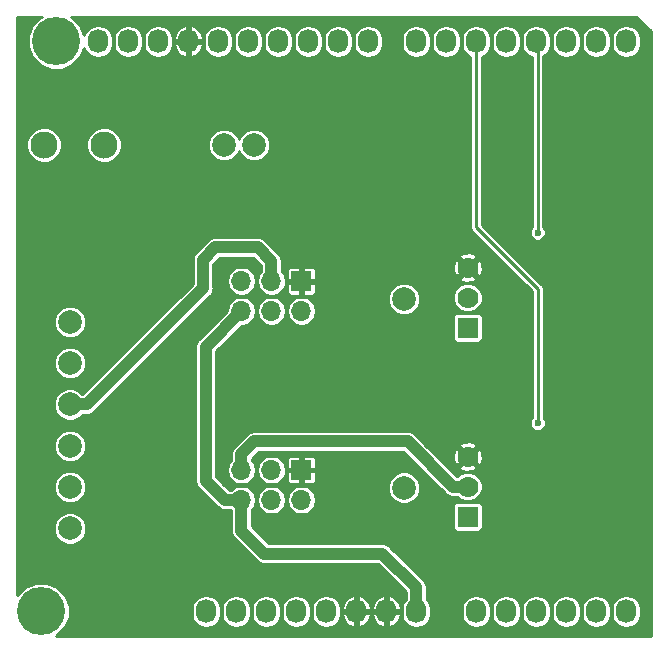
<source format=gbr>
G04 #@! TF.GenerationSoftware,KiCad,Pcbnew,5.0.2+dfsg1-1*
G04 #@! TF.CreationDate,2019-06-09T15:00:16+09:00*
G04 #@! TF.ProjectId,portal_shield_for_arduino,706f7274-616c-45f7-9368-69656c645f66,rev?*
G04 #@! TF.SameCoordinates,Original*
G04 #@! TF.FileFunction,Copper,L2,Bot*
G04 #@! TF.FilePolarity,Positive*
%FSLAX46Y46*%
G04 Gerber Fmt 4.6, Leading zero omitted, Abs format (unit mm)*
G04 Created by KiCad (PCBNEW 5.0.2+dfsg1-1) date Sun 09 Jun 2019 03:00:16 PM KST*
%MOMM*%
%LPD*%
G01*
G04 APERTURE LIST*
G04 #@! TA.AperFunction,ComponentPad*
%ADD10O,1.727200X2.032000*%
G04 #@! TD*
G04 #@! TA.AperFunction,ComponentPad*
%ADD11C,4.064000*%
G04 #@! TD*
G04 #@! TA.AperFunction,ComponentPad*
%ADD12C,2.000000*%
G04 #@! TD*
G04 #@! TA.AperFunction,ComponentPad*
%ADD13C,2.300000*%
G04 #@! TD*
G04 #@! TA.AperFunction,ComponentPad*
%ADD14C,1.998980*%
G04 #@! TD*
G04 #@! TA.AperFunction,ComponentPad*
%ADD15R,1.778000X1.778000*%
G04 #@! TD*
G04 #@! TA.AperFunction,ComponentPad*
%ADD16C,1.778000*%
G04 #@! TD*
G04 #@! TA.AperFunction,ComponentPad*
%ADD17R,1.700000X1.700000*%
G04 #@! TD*
G04 #@! TA.AperFunction,ComponentPad*
%ADD18O,1.700000X1.700000*%
G04 #@! TD*
G04 #@! TA.AperFunction,ViaPad*
%ADD19C,0.600000*%
G04 #@! TD*
G04 #@! TA.AperFunction,Conductor*
%ADD20C,0.250000*%
G04 #@! TD*
G04 #@! TA.AperFunction,Conductor*
%ADD21C,1.000000*%
G04 #@! TD*
G04 APERTURE END LIST*
D10*
G04 #@! TO.P,P1,1*
G04 #@! TO.N,Net-(P1-Pad1)*
X138938000Y-123825000D03*
G04 #@! TO.P,P1,2*
G04 #@! TO.N,/IOREF*
X141478000Y-123825000D03*
G04 #@! TO.P,P1,3*
G04 #@! TO.N,/Reset*
X144018000Y-123825000D03*
G04 #@! TO.P,P1,4*
G04 #@! TO.N,+3V3*
X146558000Y-123825000D03*
G04 #@! TO.P,P1,5*
G04 #@! TO.N,+5V*
X149098000Y-123825000D03*
G04 #@! TO.P,P1,6*
G04 #@! TO.N,GND*
X151638000Y-123825000D03*
G04 #@! TO.P,P1,7*
X154178000Y-123825000D03*
G04 #@! TO.P,P1,8*
G04 #@! TO.N,/Vin(12V)*
X156718000Y-123825000D03*
G04 #@! TD*
G04 #@! TO.P,P2,1*
G04 #@! TO.N,/A0*
X161798000Y-123825000D03*
G04 #@! TO.P,P2,2*
G04 #@! TO.N,/A1*
X164338000Y-123825000D03*
G04 #@! TO.P,P2,3*
G04 #@! TO.N,/A2*
X166878000Y-123825000D03*
G04 #@! TO.P,P2,4*
G04 #@! TO.N,/A3*
X169418000Y-123825000D03*
G04 #@! TO.P,P2,5*
G04 #@! TO.N,/A4(SDA)*
X171958000Y-123825000D03*
G04 #@! TO.P,P2,6*
G04 #@! TO.N,/A5(SCL)*
X174498000Y-123825000D03*
G04 #@! TD*
G04 #@! TO.P,P3,1*
G04 #@! TO.N,/A5(SCL)*
X129794000Y-75565000D03*
G04 #@! TO.P,P3,2*
G04 #@! TO.N,/A4(SDA)*
X132334000Y-75565000D03*
G04 #@! TO.P,P3,3*
G04 #@! TO.N,/AREF*
X134874000Y-75565000D03*
G04 #@! TO.P,P3,4*
G04 #@! TO.N,GND*
X137414000Y-75565000D03*
G04 #@! TO.P,P3,5*
G04 #@! TO.N,/13(SCK)*
X139954000Y-75565000D03*
G04 #@! TO.P,P3,6*
G04 #@! TO.N,/12(MISO)*
X142494000Y-75565000D03*
G04 #@! TO.P,P3,7*
G04 #@! TO.N,/11(\002A\002A/MOSI)*
X145034000Y-75565000D03*
G04 #@! TO.P,P3,8*
G04 #@! TO.N,/10(\002A\002A/SS)*
X147574000Y-75565000D03*
G04 #@! TO.P,P3,9*
G04 #@! TO.N,/9(\002A\002A)*
X150114000Y-75565000D03*
G04 #@! TO.P,P3,10*
G04 #@! TO.N,/8*
X152654000Y-75565000D03*
G04 #@! TD*
G04 #@! TO.P,P4,1*
G04 #@! TO.N,/7*
X156718000Y-75565000D03*
G04 #@! TO.P,P4,2*
G04 #@! TO.N,/6(\002A\002A)*
X159258000Y-75565000D03*
G04 #@! TO.P,P4,3*
G04 #@! TO.N,/5(\002A\002A)*
X161798000Y-75565000D03*
G04 #@! TO.P,P4,4*
G04 #@! TO.N,/4*
X164338000Y-75565000D03*
G04 #@! TO.P,P4,5*
G04 #@! TO.N,/3(\002A\002A)*
X166878000Y-75565000D03*
G04 #@! TO.P,P4,6*
G04 #@! TO.N,/2*
X169418000Y-75565000D03*
G04 #@! TO.P,P4,7*
G04 #@! TO.N,/1(Tx)*
X171958000Y-75565000D03*
G04 #@! TO.P,P4,8*
G04 #@! TO.N,/0(Rx)*
X174498000Y-75565000D03*
G04 #@! TD*
D11*
G04 #@! TO.P,P5,1*
G04 #@! TO.N,Net-(P5-Pad1)*
X124968000Y-123825000D03*
G04 #@! TD*
G04 #@! TO.P,P7,1*
G04 #@! TO.N,Net-(P7-Pad1)*
X126238000Y-75565000D03*
G04 #@! TD*
D12*
G04 #@! TO.P,J1,1*
G04 #@! TO.N,Net-(J1-Pad1)*
X127398000Y-102815000D03*
G04 #@! TO.P,J1,2*
G04 #@! TO.N,Net-(J1-Pad2)*
X127398000Y-99315000D03*
G04 #@! TD*
G04 #@! TO.P,J3,1*
G04 #@! TO.N,Net-(J2-Pad4)*
X127398000Y-109815000D03*
G04 #@! TO.P,J3,2*
G04 #@! TO.N,Net-(J2-Pad3)*
X127398000Y-106315000D03*
G04 #@! TD*
G04 #@! TO.P,J5,2*
G04 #@! TO.N,Net-(J4-Pad3)*
X127398000Y-113315000D03*
G04 #@! TO.P,J5,1*
G04 #@! TO.N,Net-(J4-Pad4)*
X127398000Y-116815000D03*
G04 #@! TD*
G04 #@! TO.P,K1,1*
G04 #@! TO.N,Net-(D1-Pad1)*
X142988000Y-84335000D03*
G04 #@! TO.P,K1,2*
G04 #@! TO.N,Net-(D1-Pad2)*
X140448000Y-84335000D03*
D13*
G04 #@! TO.P,K1,5*
G04 #@! TO.N,Net-(J1-Pad1)*
X130288000Y-84335000D03*
G04 #@! TO.P,K1,6*
G04 #@! TO.N,Net-(J1-Pad2)*
X125208000Y-84335000D03*
G04 #@! TD*
D14*
G04 #@! TO.P,Q1,*
G04 #@! TO.N,*
X155697400Y-97365000D03*
D15*
G04 #@! TO.P,Q1,1*
G04 #@! TO.N,Net-(J2-Pad2)*
X161072040Y-99803400D03*
D16*
G04 #@! TO.P,Q1,3*
G04 #@! TO.N,GND*
X161072040Y-94723400D03*
G04 #@! TO.P,Q1,2*
G04 #@! TO.N,Net-(J2-Pad5)*
X161072040Y-97263400D03*
G04 #@! TD*
G04 #@! TO.P,Q4,2*
G04 #@! TO.N,Net-(J4-Pad5)*
X161072040Y-113263400D03*
G04 #@! TO.P,Q4,3*
G04 #@! TO.N,GND*
X161072040Y-110723400D03*
D15*
G04 #@! TO.P,Q4,1*
G04 #@! TO.N,Net-(J4-Pad2)*
X161072040Y-115803400D03*
D14*
G04 #@! TO.P,Q4,*
G04 #@! TO.N,*
X155697400Y-113365000D03*
G04 #@! TD*
D17*
G04 #@! TO.P,J2,1*
G04 #@! TO.N,GND*
X146998000Y-95865000D03*
D18*
G04 #@! TO.P,J2,2*
G04 #@! TO.N,Net-(J2-Pad2)*
X146998000Y-98405000D03*
G04 #@! TO.P,J2,3*
G04 #@! TO.N,Net-(J2-Pad3)*
X144458000Y-95865000D03*
G04 #@! TO.P,J2,4*
G04 #@! TO.N,Net-(J2-Pad4)*
X144458000Y-98405000D03*
G04 #@! TO.P,J2,5*
G04 #@! TO.N,Net-(J2-Pad5)*
X141918000Y-95865000D03*
G04 #@! TO.P,J2,6*
G04 #@! TO.N,/Vin(12V)*
X141918000Y-98405000D03*
G04 #@! TD*
G04 #@! TO.P,J4,6*
G04 #@! TO.N,/Vin(12V)*
X141918000Y-114405000D03*
G04 #@! TO.P,J4,5*
G04 #@! TO.N,Net-(J4-Pad5)*
X141918000Y-111865000D03*
G04 #@! TO.P,J4,4*
G04 #@! TO.N,Net-(J4-Pad4)*
X144458000Y-114405000D03*
G04 #@! TO.P,J4,3*
G04 #@! TO.N,Net-(J4-Pad3)*
X144458000Y-111865000D03*
G04 #@! TO.P,J4,2*
G04 #@! TO.N,Net-(J4-Pad2)*
X146998000Y-114405000D03*
D17*
G04 #@! TO.P,J4,1*
G04 #@! TO.N,GND*
X146998000Y-111865000D03*
G04 #@! TD*
D19*
G04 #@! TO.N,GND*
X125998000Y-81365000D03*
X130998000Y-81365000D03*
X135998000Y-81365000D03*
X135998000Y-86365000D03*
X135998000Y-91365000D03*
X128498000Y-81365000D03*
X133498000Y-81365000D03*
X133498000Y-78865000D03*
X135998000Y-78865000D03*
X130998000Y-78865000D03*
X128498000Y-78865000D03*
X125998000Y-78865000D03*
X123498000Y-78865000D03*
X123498000Y-81365000D03*
X123498000Y-83865000D03*
X128498000Y-83865000D03*
X133498000Y-83865000D03*
X135998000Y-83865000D03*
X133498000Y-86365000D03*
X133498000Y-88865000D03*
X135998000Y-88865000D03*
X133498000Y-91365000D03*
X133498000Y-93865000D03*
X135998000Y-93865000D03*
X138498000Y-88865000D03*
X140998000Y-88865000D03*
X143498000Y-88865000D03*
X145998000Y-78865000D03*
X145998000Y-81365000D03*
X148498000Y-81365000D03*
X153498000Y-78865000D03*
X128498000Y-91365000D03*
X128498000Y-88865000D03*
X123498000Y-88865000D03*
X123498000Y-91365000D03*
X123498000Y-93865000D03*
X123498000Y-96365000D03*
X128498000Y-93865000D03*
X123498000Y-98865000D03*
X123498000Y-101365000D03*
X123498000Y-103865000D03*
X123498000Y-106365000D03*
X123498000Y-108865000D03*
X123498000Y-111365000D03*
X123498000Y-113865000D03*
X123498000Y-116365000D03*
X123498000Y-118865000D03*
X125998000Y-118865000D03*
X125998000Y-121365000D03*
X123498000Y-121365000D03*
X128498000Y-121365000D03*
X128498000Y-118865000D03*
X130998000Y-118865000D03*
X130998000Y-121365000D03*
X130998000Y-123865000D03*
X128498000Y-123865000D03*
X133498000Y-123865000D03*
X133498000Y-121365000D03*
X133498000Y-118865000D03*
X135998000Y-118865000D03*
X135998000Y-121365000D03*
X135998000Y-123865000D03*
X138498000Y-121365000D03*
X138498000Y-118865000D03*
X140998000Y-118865000D03*
X140998000Y-121365000D03*
X143498000Y-121365000D03*
X145998000Y-121365000D03*
X143498000Y-106365000D03*
X145998000Y-103865000D03*
X145998000Y-106365000D03*
X148498000Y-106365000D03*
X148498000Y-103865000D03*
X148498000Y-101365000D03*
X145998000Y-101365000D03*
X150998000Y-101365000D03*
X150998000Y-103865000D03*
X150998000Y-106365000D03*
X153498000Y-106365000D03*
X153498000Y-103865000D03*
X153498000Y-101365000D03*
X153498000Y-96365000D03*
X150998000Y-96365000D03*
X150998000Y-98865000D03*
X153498000Y-98865000D03*
X155998000Y-91365000D03*
X158498000Y-93865000D03*
X163498000Y-96365000D03*
X163498000Y-98865000D03*
X158498000Y-98865000D03*
X155998000Y-101365000D03*
X155998000Y-103865000D03*
X158498000Y-103865000D03*
X158498000Y-101365000D03*
X160998000Y-101365000D03*
X160998000Y-103865000D03*
X163498000Y-103865000D03*
X163498000Y-101365000D03*
X163498000Y-106365000D03*
X160998000Y-106365000D03*
X158498000Y-106365000D03*
X155998000Y-106365000D03*
X158498000Y-108865000D03*
X160998000Y-108865000D03*
X163498000Y-108865000D03*
X163498000Y-111365000D03*
X163498000Y-113865000D03*
X165998000Y-113865000D03*
X165998000Y-103865000D03*
X165998000Y-106365000D03*
X168498000Y-103865000D03*
X168498000Y-106365000D03*
X170998000Y-106365000D03*
X175998000Y-103865000D03*
X175998000Y-101365000D03*
X175998000Y-98865000D03*
X175998000Y-96365000D03*
X173498000Y-96365000D03*
X173498000Y-98865000D03*
X175998000Y-93865000D03*
X175998000Y-91365000D03*
X175998000Y-88865000D03*
X175998000Y-86365000D03*
X170998000Y-88865000D03*
X170998000Y-86365000D03*
X165998000Y-88865000D03*
X165998000Y-86365000D03*
X158498000Y-86365000D03*
X175998000Y-78865000D03*
X173498000Y-78865000D03*
X170998000Y-113865000D03*
X168498000Y-113865000D03*
X173498000Y-111365000D03*
X173498000Y-113865000D03*
X163498000Y-118865000D03*
X160998000Y-118865000D03*
X158498000Y-118865000D03*
X153498000Y-113865000D03*
X153498000Y-111365000D03*
X150998000Y-111365000D03*
X150998000Y-113865000D03*
X155998000Y-118865000D03*
X173498000Y-121365000D03*
X175998000Y-121365000D03*
X175998000Y-118865000D03*
X175998000Y-116365000D03*
X133498000Y-96365000D03*
X128498000Y-86365000D03*
X123498000Y-76365000D03*
X123498000Y-73865000D03*
X138498000Y-78865000D03*
X138498000Y-81365000D03*
X138498000Y-83865000D03*
X138498000Y-86365000D03*
X163498000Y-91365000D03*
X160998000Y-88865000D03*
X148498000Y-111365000D03*
X148498000Y-113865000D03*
X135998000Y-96365000D03*
X133498000Y-98865000D03*
X135998000Y-103865000D03*
X133498000Y-103865000D03*
X133498000Y-106365000D03*
X135998000Y-106365000D03*
X135998000Y-101365000D03*
X130998000Y-106365000D03*
X148498000Y-117365000D03*
X150998000Y-117365000D03*
X153498000Y-117365000D03*
X138498000Y-114865000D03*
X135998000Y-114865000D03*
X133498000Y-114865000D03*
X130998000Y-111865000D03*
X133498000Y-111865000D03*
X135998000Y-110865000D03*
X140998000Y-106365000D03*
X143498000Y-103865000D03*
X130998000Y-114865000D03*
X125998000Y-114865000D03*
X125998000Y-111865000D03*
X125998000Y-108115000D03*
X125998000Y-104865000D03*
X125998000Y-101115000D03*
X130998000Y-101865000D03*
X168498000Y-78865000D03*
X165998000Y-78865000D03*
X163248000Y-78865000D03*
X160998000Y-78865000D03*
X160998000Y-83115000D03*
X160998000Y-86115000D03*
X158498000Y-78865000D03*
G04 #@! TO.N,/5(\002A\002A)*
X166998000Y-107885000D03*
G04 #@! TO.N,/3(\002A\002A)*
X166988000Y-91775000D03*
G04 #@! TD*
D20*
G04 #@! TO.N,/5(\002A\002A)*
X166998000Y-96515000D02*
X166998000Y-107885000D01*
X161798000Y-75565000D02*
X161798000Y-91315000D01*
X161798000Y-91315000D02*
X161858000Y-91375000D01*
X161858000Y-91375000D02*
X166998000Y-96515000D01*
G04 #@! TO.N,/3(\002A\002A)*
X166988000Y-75675000D02*
X166878000Y-75565000D01*
X166988000Y-91775000D02*
X166988000Y-75675000D01*
D21*
G04 #@! TO.N,/Vin(12V)*
X156718000Y-121809000D02*
X153854000Y-118945000D01*
X156718000Y-123825000D02*
X156718000Y-121809000D01*
X141918000Y-116995000D02*
X141918000Y-114405000D01*
X143868000Y-118945000D02*
X141918000Y-116995000D01*
X138898000Y-101425000D02*
X141918000Y-98405000D01*
X138898000Y-101425000D02*
X138898000Y-112755000D01*
X140548000Y-114405000D02*
X141918000Y-114405000D01*
X138898000Y-112755000D02*
X140548000Y-114405000D01*
X143868000Y-118945000D02*
X153854000Y-118945000D01*
G04 #@! TO.N,Net-(J2-Pad3)*
X139712213Y-93015000D02*
X143288000Y-93015000D01*
X144458000Y-94185000D02*
X144458000Y-95865000D01*
X143288000Y-93015000D02*
X144458000Y-94185000D01*
X138668000Y-96459213D02*
X138668000Y-94059213D01*
X128812213Y-106315000D02*
X138668000Y-96459213D01*
X127398000Y-106315000D02*
X128812213Y-106315000D01*
X138668000Y-94059213D02*
X139712213Y-93015000D01*
G04 #@! TO.N,Net-(J4-Pad5)*
X159814805Y-113263400D02*
X155996405Y-109445000D01*
X161072040Y-113263400D02*
X159814805Y-113263400D01*
X141918000Y-110545000D02*
X141918000Y-111865000D01*
X143018000Y-109445000D02*
X141918000Y-110545000D01*
X143018000Y-109445000D02*
X155996405Y-109445000D01*
G04 #@! TD*
D20*
G04 #@! TO.N,GND*
G36*
X124874544Y-73524444D02*
X124197444Y-74201544D01*
X123831000Y-75086218D01*
X123831000Y-76043782D01*
X124197444Y-76928456D01*
X124874544Y-77605556D01*
X125759218Y-77972000D01*
X126716782Y-77972000D01*
X127601456Y-77605556D01*
X128278556Y-76928456D01*
X128611935Y-76123608D01*
X128627265Y-76200678D01*
X128901021Y-76610380D01*
X129310723Y-76884135D01*
X129794000Y-76980265D01*
X130277278Y-76884135D01*
X130686980Y-76610380D01*
X130960735Y-76200677D01*
X131032600Y-75839387D01*
X131032600Y-75290613D01*
X131095400Y-75290613D01*
X131095400Y-75839388D01*
X131167265Y-76200678D01*
X131441021Y-76610380D01*
X131850723Y-76884135D01*
X132334000Y-76980265D01*
X132817278Y-76884135D01*
X133226980Y-76610380D01*
X133500735Y-76200677D01*
X133572600Y-75839387D01*
X133572600Y-75290613D01*
X133635400Y-75290613D01*
X133635400Y-75839388D01*
X133707265Y-76200678D01*
X133981021Y-76610380D01*
X134390723Y-76884135D01*
X134874000Y-76980265D01*
X135357278Y-76884135D01*
X135766980Y-76610380D01*
X136040735Y-76200677D01*
X136103663Y-75884313D01*
X136185001Y-75884313D01*
X136342428Y-76341925D01*
X136662992Y-76704459D01*
X137097769Y-76914950D01*
X137289000Y-76855406D01*
X137289000Y-75690000D01*
X137539000Y-75690000D01*
X137539000Y-76855406D01*
X137730231Y-76914950D01*
X138165008Y-76704459D01*
X138485572Y-76341925D01*
X138642999Y-75884313D01*
X138560229Y-75690000D01*
X137539000Y-75690000D01*
X137289000Y-75690000D01*
X136267771Y-75690000D01*
X136185001Y-75884313D01*
X136103663Y-75884313D01*
X136112600Y-75839387D01*
X136112600Y-75290612D01*
X136103664Y-75245687D01*
X136185001Y-75245687D01*
X136267771Y-75440000D01*
X137289000Y-75440000D01*
X137289000Y-74274594D01*
X137539000Y-74274594D01*
X137539000Y-75440000D01*
X138560229Y-75440000D01*
X138623862Y-75290613D01*
X138715400Y-75290613D01*
X138715400Y-75839388D01*
X138787265Y-76200678D01*
X139061021Y-76610380D01*
X139470723Y-76884135D01*
X139954000Y-76980265D01*
X140437278Y-76884135D01*
X140846980Y-76610380D01*
X141120735Y-76200677D01*
X141192600Y-75839387D01*
X141192600Y-75290613D01*
X141255400Y-75290613D01*
X141255400Y-75839388D01*
X141327265Y-76200678D01*
X141601021Y-76610380D01*
X142010723Y-76884135D01*
X142494000Y-76980265D01*
X142977278Y-76884135D01*
X143386980Y-76610380D01*
X143660735Y-76200677D01*
X143732600Y-75839387D01*
X143732600Y-75290613D01*
X143795400Y-75290613D01*
X143795400Y-75839388D01*
X143867265Y-76200678D01*
X144141021Y-76610380D01*
X144550723Y-76884135D01*
X145034000Y-76980265D01*
X145517278Y-76884135D01*
X145926980Y-76610380D01*
X146200735Y-76200677D01*
X146272600Y-75839387D01*
X146272600Y-75290613D01*
X146335400Y-75290613D01*
X146335400Y-75839388D01*
X146407265Y-76200678D01*
X146681021Y-76610380D01*
X147090723Y-76884135D01*
X147574000Y-76980265D01*
X148057278Y-76884135D01*
X148466980Y-76610380D01*
X148740735Y-76200677D01*
X148812600Y-75839387D01*
X148812600Y-75290613D01*
X148875400Y-75290613D01*
X148875400Y-75839388D01*
X148947265Y-76200678D01*
X149221021Y-76610380D01*
X149630723Y-76884135D01*
X150114000Y-76980265D01*
X150597278Y-76884135D01*
X151006980Y-76610380D01*
X151280735Y-76200677D01*
X151352600Y-75839387D01*
X151352600Y-75290613D01*
X151415400Y-75290613D01*
X151415400Y-75839388D01*
X151487265Y-76200678D01*
X151761021Y-76610380D01*
X152170723Y-76884135D01*
X152654000Y-76980265D01*
X153137278Y-76884135D01*
X153546980Y-76610380D01*
X153820735Y-76200677D01*
X153892600Y-75839387D01*
X153892600Y-75290613D01*
X155479400Y-75290613D01*
X155479400Y-75839388D01*
X155551265Y-76200678D01*
X155825021Y-76610380D01*
X156234723Y-76884135D01*
X156718000Y-76980265D01*
X157201278Y-76884135D01*
X157610980Y-76610380D01*
X157884735Y-76200677D01*
X157956600Y-75839387D01*
X157956600Y-75290613D01*
X158019400Y-75290613D01*
X158019400Y-75839388D01*
X158091265Y-76200678D01*
X158365021Y-76610380D01*
X158774723Y-76884135D01*
X159258000Y-76980265D01*
X159741278Y-76884135D01*
X160150980Y-76610380D01*
X160424735Y-76200677D01*
X160496600Y-75839387D01*
X160496600Y-75290613D01*
X160559400Y-75290613D01*
X160559400Y-75839388D01*
X160631265Y-76200678D01*
X160905021Y-76610380D01*
X161298000Y-76872961D01*
X161298001Y-91265754D01*
X161288205Y-91315000D01*
X161303650Y-91392643D01*
X161327012Y-91510090D01*
X161437521Y-91675480D01*
X161479269Y-91703375D01*
X166498000Y-96722107D01*
X166498001Y-107430405D01*
X166425763Y-107502643D01*
X166323000Y-107750734D01*
X166323000Y-108019266D01*
X166425763Y-108267357D01*
X166615643Y-108457237D01*
X166863734Y-108560000D01*
X167132266Y-108560000D01*
X167380357Y-108457237D01*
X167570237Y-108267357D01*
X167673000Y-108019266D01*
X167673000Y-107750734D01*
X167570237Y-107502643D01*
X167498000Y-107430406D01*
X167498000Y-96564243D01*
X167507795Y-96515000D01*
X167468989Y-96319910D01*
X167393150Y-96206408D01*
X167358480Y-96154520D01*
X167316733Y-96126626D01*
X162298000Y-91107894D01*
X162298000Y-76872962D01*
X162690980Y-76610380D01*
X162964735Y-76200677D01*
X163036600Y-75839387D01*
X163036600Y-75290613D01*
X163099400Y-75290613D01*
X163099400Y-75839388D01*
X163171265Y-76200678D01*
X163445021Y-76610380D01*
X163854723Y-76884135D01*
X164338000Y-76980265D01*
X164821278Y-76884135D01*
X165230980Y-76610380D01*
X165504735Y-76200677D01*
X165576600Y-75839387D01*
X165576600Y-75290613D01*
X165639400Y-75290613D01*
X165639400Y-75839388D01*
X165711265Y-76200678D01*
X165985021Y-76610380D01*
X166394723Y-76884135D01*
X166488001Y-76902689D01*
X166488000Y-91320406D01*
X166415763Y-91392643D01*
X166313000Y-91640734D01*
X166313000Y-91909266D01*
X166415763Y-92157357D01*
X166605643Y-92347237D01*
X166853734Y-92450000D01*
X167122266Y-92450000D01*
X167370357Y-92347237D01*
X167560237Y-92157357D01*
X167663000Y-91909266D01*
X167663000Y-91640734D01*
X167560237Y-91392643D01*
X167488000Y-91320406D01*
X167488000Y-76799462D01*
X167770980Y-76610380D01*
X168044735Y-76200677D01*
X168116600Y-75839387D01*
X168116600Y-75290613D01*
X168179400Y-75290613D01*
X168179400Y-75839388D01*
X168251265Y-76200678D01*
X168525021Y-76610380D01*
X168934723Y-76884135D01*
X169418000Y-76980265D01*
X169901278Y-76884135D01*
X170310980Y-76610380D01*
X170584735Y-76200677D01*
X170656600Y-75839387D01*
X170656600Y-75290613D01*
X170719400Y-75290613D01*
X170719400Y-75839388D01*
X170791265Y-76200678D01*
X171065021Y-76610380D01*
X171474723Y-76884135D01*
X171958000Y-76980265D01*
X172441278Y-76884135D01*
X172850980Y-76610380D01*
X173124735Y-76200677D01*
X173196600Y-75839387D01*
X173196600Y-75290613D01*
X173259400Y-75290613D01*
X173259400Y-75839388D01*
X173331265Y-76200678D01*
X173605021Y-76610380D01*
X174014723Y-76884135D01*
X174498000Y-76980265D01*
X174981278Y-76884135D01*
X175390980Y-76610380D01*
X175664735Y-76200677D01*
X175736600Y-75839387D01*
X175736600Y-75290612D01*
X175664735Y-74929322D01*
X175390980Y-74519620D01*
X174981277Y-74245865D01*
X174498000Y-74149735D01*
X174014722Y-74245865D01*
X173605020Y-74519620D01*
X173331265Y-74929323D01*
X173259400Y-75290613D01*
X173196600Y-75290613D01*
X173196600Y-75290612D01*
X173124735Y-74929322D01*
X172850980Y-74519620D01*
X172441277Y-74245865D01*
X171958000Y-74149735D01*
X171474722Y-74245865D01*
X171065020Y-74519620D01*
X170791265Y-74929323D01*
X170719400Y-75290613D01*
X170656600Y-75290613D01*
X170656600Y-75290612D01*
X170584735Y-74929322D01*
X170310980Y-74519620D01*
X169901277Y-74245865D01*
X169418000Y-74149735D01*
X168934722Y-74245865D01*
X168525020Y-74519620D01*
X168251265Y-74929323D01*
X168179400Y-75290613D01*
X168116600Y-75290613D01*
X168116600Y-75290612D01*
X168044735Y-74929322D01*
X167770980Y-74519620D01*
X167361277Y-74245865D01*
X166878000Y-74149735D01*
X166394722Y-74245865D01*
X165985020Y-74519620D01*
X165711265Y-74929323D01*
X165639400Y-75290613D01*
X165576600Y-75290613D01*
X165576600Y-75290612D01*
X165504735Y-74929322D01*
X165230980Y-74519620D01*
X164821277Y-74245865D01*
X164338000Y-74149735D01*
X163854722Y-74245865D01*
X163445020Y-74519620D01*
X163171265Y-74929323D01*
X163099400Y-75290613D01*
X163036600Y-75290613D01*
X163036600Y-75290612D01*
X162964735Y-74929322D01*
X162690980Y-74519620D01*
X162281277Y-74245865D01*
X161798000Y-74149735D01*
X161314722Y-74245865D01*
X160905020Y-74519620D01*
X160631265Y-74929323D01*
X160559400Y-75290613D01*
X160496600Y-75290613D01*
X160496600Y-75290612D01*
X160424735Y-74929322D01*
X160150980Y-74519620D01*
X159741277Y-74245865D01*
X159258000Y-74149735D01*
X158774722Y-74245865D01*
X158365020Y-74519620D01*
X158091265Y-74929323D01*
X158019400Y-75290613D01*
X157956600Y-75290613D01*
X157956600Y-75290612D01*
X157884735Y-74929322D01*
X157610980Y-74519620D01*
X157201277Y-74245865D01*
X156718000Y-74149735D01*
X156234722Y-74245865D01*
X155825020Y-74519620D01*
X155551265Y-74929323D01*
X155479400Y-75290613D01*
X153892600Y-75290613D01*
X153892600Y-75290612D01*
X153820735Y-74929322D01*
X153546980Y-74519620D01*
X153137277Y-74245865D01*
X152654000Y-74149735D01*
X152170722Y-74245865D01*
X151761020Y-74519620D01*
X151487265Y-74929323D01*
X151415400Y-75290613D01*
X151352600Y-75290613D01*
X151352600Y-75290612D01*
X151280735Y-74929322D01*
X151006980Y-74519620D01*
X150597277Y-74245865D01*
X150114000Y-74149735D01*
X149630722Y-74245865D01*
X149221020Y-74519620D01*
X148947265Y-74929323D01*
X148875400Y-75290613D01*
X148812600Y-75290613D01*
X148812600Y-75290612D01*
X148740735Y-74929322D01*
X148466980Y-74519620D01*
X148057277Y-74245865D01*
X147574000Y-74149735D01*
X147090722Y-74245865D01*
X146681020Y-74519620D01*
X146407265Y-74929323D01*
X146335400Y-75290613D01*
X146272600Y-75290613D01*
X146272600Y-75290612D01*
X146200735Y-74929322D01*
X145926980Y-74519620D01*
X145517277Y-74245865D01*
X145034000Y-74149735D01*
X144550722Y-74245865D01*
X144141020Y-74519620D01*
X143867265Y-74929323D01*
X143795400Y-75290613D01*
X143732600Y-75290613D01*
X143732600Y-75290612D01*
X143660735Y-74929322D01*
X143386980Y-74519620D01*
X142977277Y-74245865D01*
X142494000Y-74149735D01*
X142010722Y-74245865D01*
X141601020Y-74519620D01*
X141327265Y-74929323D01*
X141255400Y-75290613D01*
X141192600Y-75290613D01*
X141192600Y-75290612D01*
X141120735Y-74929322D01*
X140846980Y-74519620D01*
X140437277Y-74245865D01*
X139954000Y-74149735D01*
X139470722Y-74245865D01*
X139061020Y-74519620D01*
X138787265Y-74929323D01*
X138715400Y-75290613D01*
X138623862Y-75290613D01*
X138642999Y-75245687D01*
X138485572Y-74788075D01*
X138165008Y-74425541D01*
X137730231Y-74215050D01*
X137539000Y-74274594D01*
X137289000Y-74274594D01*
X137097769Y-74215050D01*
X136662992Y-74425541D01*
X136342428Y-74788075D01*
X136185001Y-75245687D01*
X136103664Y-75245687D01*
X136040735Y-74929322D01*
X135766980Y-74519620D01*
X135357277Y-74245865D01*
X134874000Y-74149735D01*
X134390722Y-74245865D01*
X133981020Y-74519620D01*
X133707265Y-74929323D01*
X133635400Y-75290613D01*
X133572600Y-75290613D01*
X133572600Y-75290612D01*
X133500735Y-74929322D01*
X133226980Y-74519620D01*
X132817277Y-74245865D01*
X132334000Y-74149735D01*
X131850722Y-74245865D01*
X131441020Y-74519620D01*
X131167265Y-74929323D01*
X131095400Y-75290613D01*
X131032600Y-75290613D01*
X131032600Y-75290612D01*
X130960735Y-74929322D01*
X130686980Y-74519620D01*
X130277277Y-74245865D01*
X129794000Y-74149735D01*
X129310722Y-74245865D01*
X128901020Y-74519620D01*
X128627265Y-74929323D01*
X128611935Y-75006392D01*
X128278556Y-74201544D01*
X127601456Y-73524444D01*
X127482088Y-73475000D01*
X175327605Y-73475000D01*
X176588001Y-74735397D01*
X176588000Y-123869320D01*
X176588001Y-123869325D01*
X176588000Y-125915000D01*
X126212088Y-125915000D01*
X126331456Y-125865556D01*
X127008556Y-125188456D01*
X127375000Y-124303782D01*
X127375000Y-123550613D01*
X137699400Y-123550613D01*
X137699400Y-124099388D01*
X137771265Y-124460678D01*
X138045021Y-124870380D01*
X138454723Y-125144135D01*
X138938000Y-125240265D01*
X139421278Y-125144135D01*
X139830980Y-124870380D01*
X140104735Y-124460677D01*
X140176600Y-124099387D01*
X140176600Y-123550613D01*
X140239400Y-123550613D01*
X140239400Y-124099388D01*
X140311265Y-124460678D01*
X140585021Y-124870380D01*
X140994723Y-125144135D01*
X141478000Y-125240265D01*
X141961278Y-125144135D01*
X142370980Y-124870380D01*
X142644735Y-124460677D01*
X142716600Y-124099387D01*
X142716600Y-123550613D01*
X142779400Y-123550613D01*
X142779400Y-124099388D01*
X142851265Y-124460678D01*
X143125021Y-124870380D01*
X143534723Y-125144135D01*
X144018000Y-125240265D01*
X144501278Y-125144135D01*
X144910980Y-124870380D01*
X145184735Y-124460677D01*
X145256600Y-124099387D01*
X145256600Y-123550613D01*
X145319400Y-123550613D01*
X145319400Y-124099388D01*
X145391265Y-124460678D01*
X145665021Y-124870380D01*
X146074723Y-125144135D01*
X146558000Y-125240265D01*
X147041278Y-125144135D01*
X147450980Y-124870380D01*
X147724735Y-124460677D01*
X147796600Y-124099387D01*
X147796600Y-123550613D01*
X147859400Y-123550613D01*
X147859400Y-124099388D01*
X147931265Y-124460678D01*
X148205021Y-124870380D01*
X148614723Y-125144135D01*
X149098000Y-125240265D01*
X149581278Y-125144135D01*
X149990980Y-124870380D01*
X150264735Y-124460677D01*
X150327663Y-124144313D01*
X150409001Y-124144313D01*
X150566428Y-124601925D01*
X150886992Y-124964459D01*
X151321769Y-125174950D01*
X151513000Y-125115406D01*
X151513000Y-123950000D01*
X151763000Y-123950000D01*
X151763000Y-125115406D01*
X151954231Y-125174950D01*
X152389008Y-124964459D01*
X152709572Y-124601925D01*
X152866999Y-124144313D01*
X152949001Y-124144313D01*
X153106428Y-124601925D01*
X153426992Y-124964459D01*
X153861769Y-125174950D01*
X154053000Y-125115406D01*
X154053000Y-123950000D01*
X154303000Y-123950000D01*
X154303000Y-125115406D01*
X154494231Y-125174950D01*
X154929008Y-124964459D01*
X155249572Y-124601925D01*
X155406999Y-124144313D01*
X155324229Y-123950000D01*
X154303000Y-123950000D01*
X154053000Y-123950000D01*
X153031771Y-123950000D01*
X152949001Y-124144313D01*
X152866999Y-124144313D01*
X152784229Y-123950000D01*
X151763000Y-123950000D01*
X151513000Y-123950000D01*
X150491771Y-123950000D01*
X150409001Y-124144313D01*
X150327663Y-124144313D01*
X150336600Y-124099387D01*
X150336600Y-123550612D01*
X150327664Y-123505687D01*
X150409001Y-123505687D01*
X150491771Y-123700000D01*
X151513000Y-123700000D01*
X151513000Y-122534594D01*
X151763000Y-122534594D01*
X151763000Y-123700000D01*
X152784229Y-123700000D01*
X152866999Y-123505687D01*
X152949001Y-123505687D01*
X153031771Y-123700000D01*
X154053000Y-123700000D01*
X154053000Y-122534594D01*
X154303000Y-122534594D01*
X154303000Y-123700000D01*
X155324229Y-123700000D01*
X155406999Y-123505687D01*
X155249572Y-123048075D01*
X154929008Y-122685541D01*
X154494231Y-122475050D01*
X154303000Y-122534594D01*
X154053000Y-122534594D01*
X153861769Y-122475050D01*
X153426992Y-122685541D01*
X153106428Y-123048075D01*
X152949001Y-123505687D01*
X152866999Y-123505687D01*
X152709572Y-123048075D01*
X152389008Y-122685541D01*
X151954231Y-122475050D01*
X151763000Y-122534594D01*
X151513000Y-122534594D01*
X151321769Y-122475050D01*
X150886992Y-122685541D01*
X150566428Y-123048075D01*
X150409001Y-123505687D01*
X150327664Y-123505687D01*
X150264735Y-123189322D01*
X149990980Y-122779620D01*
X149581277Y-122505865D01*
X149098000Y-122409735D01*
X148614722Y-122505865D01*
X148205020Y-122779620D01*
X147931265Y-123189323D01*
X147859400Y-123550613D01*
X147796600Y-123550613D01*
X147796600Y-123550612D01*
X147724735Y-123189322D01*
X147450980Y-122779620D01*
X147041277Y-122505865D01*
X146558000Y-122409735D01*
X146074722Y-122505865D01*
X145665020Y-122779620D01*
X145391265Y-123189323D01*
X145319400Y-123550613D01*
X145256600Y-123550613D01*
X145256600Y-123550612D01*
X145184735Y-123189322D01*
X144910980Y-122779620D01*
X144501277Y-122505865D01*
X144018000Y-122409735D01*
X143534722Y-122505865D01*
X143125020Y-122779620D01*
X142851265Y-123189323D01*
X142779400Y-123550613D01*
X142716600Y-123550613D01*
X142716600Y-123550612D01*
X142644735Y-123189322D01*
X142370980Y-122779620D01*
X141961277Y-122505865D01*
X141478000Y-122409735D01*
X140994722Y-122505865D01*
X140585020Y-122779620D01*
X140311265Y-123189323D01*
X140239400Y-123550613D01*
X140176600Y-123550613D01*
X140176600Y-123550612D01*
X140104735Y-123189322D01*
X139830980Y-122779620D01*
X139421277Y-122505865D01*
X138938000Y-122409735D01*
X138454722Y-122505865D01*
X138045020Y-122779620D01*
X137771265Y-123189323D01*
X137699400Y-123550613D01*
X127375000Y-123550613D01*
X127375000Y-123346218D01*
X127008556Y-122461544D01*
X126331456Y-121784444D01*
X125446782Y-121418000D01*
X124489218Y-121418000D01*
X123604544Y-121784444D01*
X122948000Y-122440988D01*
X122948000Y-116541495D01*
X126023000Y-116541495D01*
X126023000Y-117088505D01*
X126232331Y-117593875D01*
X126619125Y-117980669D01*
X127124495Y-118190000D01*
X127671505Y-118190000D01*
X128176875Y-117980669D01*
X128563669Y-117593875D01*
X128773000Y-117088505D01*
X128773000Y-116541495D01*
X128563669Y-116036125D01*
X128176875Y-115649331D01*
X127671505Y-115440000D01*
X127124495Y-115440000D01*
X126619125Y-115649331D01*
X126232331Y-116036125D01*
X126023000Y-116541495D01*
X122948000Y-116541495D01*
X122948000Y-113041495D01*
X126023000Y-113041495D01*
X126023000Y-113588505D01*
X126232331Y-114093875D01*
X126619125Y-114480669D01*
X127124495Y-114690000D01*
X127671505Y-114690000D01*
X128176875Y-114480669D01*
X128563669Y-114093875D01*
X128773000Y-113588505D01*
X128773000Y-113041495D01*
X128563669Y-112536125D01*
X128176875Y-112149331D01*
X127671505Y-111940000D01*
X127124495Y-111940000D01*
X126619125Y-112149331D01*
X126232331Y-112536125D01*
X126023000Y-113041495D01*
X122948000Y-113041495D01*
X122948000Y-109541495D01*
X126023000Y-109541495D01*
X126023000Y-110088505D01*
X126232331Y-110593875D01*
X126619125Y-110980669D01*
X127124495Y-111190000D01*
X127671505Y-111190000D01*
X128176875Y-110980669D01*
X128563669Y-110593875D01*
X128773000Y-110088505D01*
X128773000Y-109541495D01*
X128563669Y-109036125D01*
X128176875Y-108649331D01*
X127671505Y-108440000D01*
X127124495Y-108440000D01*
X126619125Y-108649331D01*
X126232331Y-109036125D01*
X126023000Y-109541495D01*
X122948000Y-109541495D01*
X122948000Y-106041495D01*
X126023000Y-106041495D01*
X126023000Y-106588505D01*
X126232331Y-107093875D01*
X126619125Y-107480669D01*
X127124495Y-107690000D01*
X127671505Y-107690000D01*
X128176875Y-107480669D01*
X128467544Y-107190000D01*
X128726035Y-107190000D01*
X128812213Y-107207142D01*
X128898391Y-107190000D01*
X128898392Y-107190000D01*
X129153621Y-107139232D01*
X129443053Y-106945840D01*
X129491872Y-106872777D01*
X134939649Y-101425000D01*
X138005858Y-101425000D01*
X138023000Y-101511178D01*
X138023001Y-112668817D01*
X138005858Y-112755000D01*
X138062846Y-113041495D01*
X138073769Y-113096408D01*
X138267161Y-113385840D01*
X138340221Y-113434657D01*
X139868341Y-114962777D01*
X139917160Y-115035840D01*
X140206592Y-115229232D01*
X140461821Y-115280000D01*
X140547999Y-115297142D01*
X140634177Y-115280000D01*
X141029361Y-115280000D01*
X141034824Y-115288176D01*
X141043001Y-115293639D01*
X141043000Y-116908822D01*
X141025858Y-116995000D01*
X141043000Y-117081178D01*
X141093768Y-117336407D01*
X141287160Y-117625840D01*
X141360223Y-117674659D01*
X143188341Y-119502777D01*
X143237160Y-119575840D01*
X143526592Y-119769232D01*
X143781821Y-119820000D01*
X143867999Y-119837142D01*
X143954177Y-119820000D01*
X153491564Y-119820000D01*
X155843001Y-122171438D01*
X155843001Y-122767606D01*
X155825020Y-122779620D01*
X155551265Y-123189323D01*
X155479400Y-123550613D01*
X155479400Y-124099388D01*
X155551265Y-124460678D01*
X155825021Y-124870380D01*
X156234723Y-125144135D01*
X156718000Y-125240265D01*
X157201278Y-125144135D01*
X157610980Y-124870380D01*
X157884735Y-124460677D01*
X157956600Y-124099387D01*
X157956600Y-123550613D01*
X160559400Y-123550613D01*
X160559400Y-124099388D01*
X160631265Y-124460678D01*
X160905021Y-124870380D01*
X161314723Y-125144135D01*
X161798000Y-125240265D01*
X162281278Y-125144135D01*
X162690980Y-124870380D01*
X162964735Y-124460677D01*
X163036600Y-124099387D01*
X163036600Y-123550613D01*
X163099400Y-123550613D01*
X163099400Y-124099388D01*
X163171265Y-124460678D01*
X163445021Y-124870380D01*
X163854723Y-125144135D01*
X164338000Y-125240265D01*
X164821278Y-125144135D01*
X165230980Y-124870380D01*
X165504735Y-124460677D01*
X165576600Y-124099387D01*
X165576600Y-123550613D01*
X165639400Y-123550613D01*
X165639400Y-124099388D01*
X165711265Y-124460678D01*
X165985021Y-124870380D01*
X166394723Y-125144135D01*
X166878000Y-125240265D01*
X167361278Y-125144135D01*
X167770980Y-124870380D01*
X168044735Y-124460677D01*
X168116600Y-124099387D01*
X168116600Y-123550613D01*
X168179400Y-123550613D01*
X168179400Y-124099388D01*
X168251265Y-124460678D01*
X168525021Y-124870380D01*
X168934723Y-125144135D01*
X169418000Y-125240265D01*
X169901278Y-125144135D01*
X170310980Y-124870380D01*
X170584735Y-124460677D01*
X170656600Y-124099387D01*
X170656600Y-123550613D01*
X170719400Y-123550613D01*
X170719400Y-124099388D01*
X170791265Y-124460678D01*
X171065021Y-124870380D01*
X171474723Y-125144135D01*
X171958000Y-125240265D01*
X172441278Y-125144135D01*
X172850980Y-124870380D01*
X173124735Y-124460677D01*
X173196600Y-124099387D01*
X173196600Y-123550613D01*
X173259400Y-123550613D01*
X173259400Y-124099388D01*
X173331265Y-124460678D01*
X173605021Y-124870380D01*
X174014723Y-125144135D01*
X174498000Y-125240265D01*
X174981278Y-125144135D01*
X175390980Y-124870380D01*
X175664735Y-124460677D01*
X175736600Y-124099387D01*
X175736600Y-123550612D01*
X175664735Y-123189322D01*
X175390980Y-122779620D01*
X174981277Y-122505865D01*
X174498000Y-122409735D01*
X174014722Y-122505865D01*
X173605020Y-122779620D01*
X173331265Y-123189323D01*
X173259400Y-123550613D01*
X173196600Y-123550613D01*
X173196600Y-123550612D01*
X173124735Y-123189322D01*
X172850980Y-122779620D01*
X172441277Y-122505865D01*
X171958000Y-122409735D01*
X171474722Y-122505865D01*
X171065020Y-122779620D01*
X170791265Y-123189323D01*
X170719400Y-123550613D01*
X170656600Y-123550613D01*
X170656600Y-123550612D01*
X170584735Y-123189322D01*
X170310980Y-122779620D01*
X169901277Y-122505865D01*
X169418000Y-122409735D01*
X168934722Y-122505865D01*
X168525020Y-122779620D01*
X168251265Y-123189323D01*
X168179400Y-123550613D01*
X168116600Y-123550613D01*
X168116600Y-123550612D01*
X168044735Y-123189322D01*
X167770980Y-122779620D01*
X167361277Y-122505865D01*
X166878000Y-122409735D01*
X166394722Y-122505865D01*
X165985020Y-122779620D01*
X165711265Y-123189323D01*
X165639400Y-123550613D01*
X165576600Y-123550613D01*
X165576600Y-123550612D01*
X165504735Y-123189322D01*
X165230980Y-122779620D01*
X164821277Y-122505865D01*
X164338000Y-122409735D01*
X163854722Y-122505865D01*
X163445020Y-122779620D01*
X163171265Y-123189323D01*
X163099400Y-123550613D01*
X163036600Y-123550613D01*
X163036600Y-123550612D01*
X162964735Y-123189322D01*
X162690980Y-122779620D01*
X162281277Y-122505865D01*
X161798000Y-122409735D01*
X161314722Y-122505865D01*
X160905020Y-122779620D01*
X160631265Y-123189323D01*
X160559400Y-123550613D01*
X157956600Y-123550613D01*
X157956600Y-123550612D01*
X157884735Y-123189322D01*
X157610980Y-122779620D01*
X157593000Y-122767606D01*
X157593000Y-121895179D01*
X157610142Y-121809000D01*
X157542232Y-121467592D01*
X157397656Y-121251219D01*
X157348840Y-121178160D01*
X157275780Y-121129343D01*
X154533659Y-118387223D01*
X154484840Y-118314160D01*
X154195408Y-118120768D01*
X153940179Y-118070000D01*
X153940178Y-118070000D01*
X153854000Y-118052858D01*
X153767822Y-118070000D01*
X144230436Y-118070000D01*
X142793000Y-116632564D01*
X142793000Y-115293639D01*
X142801176Y-115288176D01*
X143071925Y-114882971D01*
X143166999Y-114405000D01*
X143209001Y-114405000D01*
X143304075Y-114882971D01*
X143574824Y-115288176D01*
X143980029Y-115558925D01*
X144337348Y-115630000D01*
X144578652Y-115630000D01*
X144935971Y-115558925D01*
X145341176Y-115288176D01*
X145611925Y-114882971D01*
X145706999Y-114405000D01*
X145749001Y-114405000D01*
X145844075Y-114882971D01*
X146114824Y-115288176D01*
X146520029Y-115558925D01*
X146877348Y-115630000D01*
X147118652Y-115630000D01*
X147475971Y-115558925D01*
X147881176Y-115288176D01*
X148130924Y-114914400D01*
X159800694Y-114914400D01*
X159800694Y-116692400D01*
X159829798Y-116838717D01*
X159912681Y-116962759D01*
X160036723Y-117045642D01*
X160183040Y-117074746D01*
X161961040Y-117074746D01*
X162107357Y-117045642D01*
X162231399Y-116962759D01*
X162314282Y-116838717D01*
X162343386Y-116692400D01*
X162343386Y-114914400D01*
X162314282Y-114768083D01*
X162231399Y-114644041D01*
X162107357Y-114561158D01*
X161961040Y-114532054D01*
X160183040Y-114532054D01*
X160036723Y-114561158D01*
X159912681Y-114644041D01*
X159829798Y-114768083D01*
X159800694Y-114914400D01*
X148130924Y-114914400D01*
X148151925Y-114882971D01*
X148246999Y-114405000D01*
X148151925Y-113927029D01*
X147881176Y-113521824D01*
X147475971Y-113251075D01*
X147118652Y-113180000D01*
X146877348Y-113180000D01*
X146520029Y-113251075D01*
X146114824Y-113521824D01*
X145844075Y-113927029D01*
X145749001Y-114405000D01*
X145706999Y-114405000D01*
X145611925Y-113927029D01*
X145341176Y-113521824D01*
X144935971Y-113251075D01*
X144578652Y-113180000D01*
X144337348Y-113180000D01*
X143980029Y-113251075D01*
X143574824Y-113521824D01*
X143304075Y-113927029D01*
X143209001Y-114405000D01*
X143166999Y-114405000D01*
X143071925Y-113927029D01*
X142801176Y-113521824D01*
X142395971Y-113251075D01*
X142038652Y-113180000D01*
X141797348Y-113180000D01*
X141440029Y-113251075D01*
X141034824Y-113521824D01*
X141029361Y-113530000D01*
X140910436Y-113530000D01*
X140472033Y-113091597D01*
X154322910Y-113091597D01*
X154322910Y-113638403D01*
X154532164Y-114143586D01*
X154918814Y-114530236D01*
X155423997Y-114739490D01*
X155970803Y-114739490D01*
X156475986Y-114530236D01*
X156862636Y-114143586D01*
X157071890Y-113638403D01*
X157071890Y-113091597D01*
X156862636Y-112586414D01*
X156475986Y-112199764D01*
X155970803Y-111990510D01*
X155423997Y-111990510D01*
X154918814Y-112199764D01*
X154532164Y-112586414D01*
X154322910Y-113091597D01*
X140472033Y-113091597D01*
X139773000Y-112392564D01*
X139773000Y-111865000D01*
X140669001Y-111865000D01*
X140764075Y-112342971D01*
X141034824Y-112748176D01*
X141440029Y-113018925D01*
X141797348Y-113090000D01*
X142038652Y-113090000D01*
X142395971Y-113018925D01*
X142801176Y-112748176D01*
X143071925Y-112342971D01*
X143166999Y-111865000D01*
X143209001Y-111865000D01*
X143304075Y-112342971D01*
X143574824Y-112748176D01*
X143980029Y-113018925D01*
X144337348Y-113090000D01*
X144578652Y-113090000D01*
X144935971Y-113018925D01*
X145341176Y-112748176D01*
X145611925Y-112342971D01*
X145663487Y-112083750D01*
X145773000Y-112083750D01*
X145773000Y-112789592D01*
X145830090Y-112927420D01*
X145935579Y-113032910D01*
X146073408Y-113090000D01*
X146779250Y-113090000D01*
X146873000Y-112996250D01*
X146873000Y-111990000D01*
X147123000Y-111990000D01*
X147123000Y-112996250D01*
X147216750Y-113090000D01*
X147922592Y-113090000D01*
X148060421Y-113032910D01*
X148165910Y-112927420D01*
X148223000Y-112789592D01*
X148223000Y-112083750D01*
X148129250Y-111990000D01*
X147123000Y-111990000D01*
X146873000Y-111990000D01*
X145866750Y-111990000D01*
X145773000Y-112083750D01*
X145663487Y-112083750D01*
X145706999Y-111865000D01*
X145611925Y-111387029D01*
X145341176Y-110981824D01*
X145279193Y-110940408D01*
X145773000Y-110940408D01*
X145773000Y-111646250D01*
X145866750Y-111740000D01*
X146873000Y-111740000D01*
X146873000Y-110733750D01*
X147123000Y-110733750D01*
X147123000Y-111740000D01*
X148129250Y-111740000D01*
X148223000Y-111646250D01*
X148223000Y-110940408D01*
X148165910Y-110802580D01*
X148060421Y-110697090D01*
X147922592Y-110640000D01*
X147216750Y-110640000D01*
X147123000Y-110733750D01*
X146873000Y-110733750D01*
X146779250Y-110640000D01*
X146073408Y-110640000D01*
X145935579Y-110697090D01*
X145830090Y-110802580D01*
X145773000Y-110940408D01*
X145279193Y-110940408D01*
X144935971Y-110711075D01*
X144578652Y-110640000D01*
X144337348Y-110640000D01*
X143980029Y-110711075D01*
X143574824Y-110981824D01*
X143304075Y-111387029D01*
X143209001Y-111865000D01*
X143166999Y-111865000D01*
X143071925Y-111387029D01*
X142801176Y-110981824D01*
X142793000Y-110976361D01*
X142793000Y-110907436D01*
X143380437Y-110320000D01*
X155633969Y-110320000D01*
X159135148Y-113821180D01*
X159183965Y-113894240D01*
X159473397Y-114087632D01*
X159728626Y-114138400D01*
X159814804Y-114155542D01*
X159900982Y-114138400D01*
X160159475Y-114138400D01*
X160356042Y-114334967D01*
X160820615Y-114527400D01*
X161323465Y-114527400D01*
X161788038Y-114334967D01*
X162143607Y-113979398D01*
X162336040Y-113514825D01*
X162336040Y-113011975D01*
X162143607Y-112547402D01*
X161788038Y-112191833D01*
X161323465Y-111999400D01*
X160901518Y-111999400D01*
X161396157Y-111970741D01*
X161724858Y-111834589D01*
X161824018Y-111652154D01*
X161072040Y-110900177D01*
X160320062Y-111652154D01*
X160419222Y-111834589D01*
X160892921Y-111999400D01*
X160820615Y-111999400D01*
X160356042Y-112191833D01*
X160168358Y-112379517D01*
X158334349Y-110545508D01*
X159795613Y-110545508D01*
X159824699Y-111047517D01*
X159960851Y-111376218D01*
X160143286Y-111475378D01*
X160895263Y-110723400D01*
X161248817Y-110723400D01*
X162000794Y-111475378D01*
X162183229Y-111376218D01*
X162348467Y-110901292D01*
X162319381Y-110399283D01*
X162183229Y-110070582D01*
X162000794Y-109971422D01*
X161248817Y-110723400D01*
X160895263Y-110723400D01*
X160143286Y-109971422D01*
X159960851Y-110070582D01*
X159795613Y-110545508D01*
X158334349Y-110545508D01*
X157583487Y-109794646D01*
X160320062Y-109794646D01*
X161072040Y-110546623D01*
X161824018Y-109794646D01*
X161724858Y-109612211D01*
X161249932Y-109446973D01*
X160747923Y-109476059D01*
X160419222Y-109612211D01*
X160320062Y-109794646D01*
X157583487Y-109794646D01*
X156676064Y-108887223D01*
X156627245Y-108814160D01*
X156337813Y-108620768D01*
X156082584Y-108570000D01*
X156082583Y-108570000D01*
X155996405Y-108552858D01*
X155910227Y-108570000D01*
X143104179Y-108570000D01*
X143018000Y-108552858D01*
X142676591Y-108620768D01*
X142633844Y-108649331D01*
X142387160Y-108814160D01*
X142338343Y-108887220D01*
X141360223Y-109865341D01*
X141287160Y-109914160D01*
X141093768Y-110203593D01*
X141054843Y-110399283D01*
X141025858Y-110545000D01*
X141043000Y-110631178D01*
X141043000Y-110976361D01*
X141034824Y-110981824D01*
X140764075Y-111387029D01*
X140669001Y-111865000D01*
X139773000Y-111865000D01*
X139773000Y-101787436D01*
X141930437Y-99630000D01*
X142038652Y-99630000D01*
X142395971Y-99558925D01*
X142801176Y-99288176D01*
X143071925Y-98882971D01*
X143166999Y-98405000D01*
X143209001Y-98405000D01*
X143304075Y-98882971D01*
X143574824Y-99288176D01*
X143980029Y-99558925D01*
X144337348Y-99630000D01*
X144578652Y-99630000D01*
X144935971Y-99558925D01*
X145341176Y-99288176D01*
X145611925Y-98882971D01*
X145706999Y-98405000D01*
X145749001Y-98405000D01*
X145844075Y-98882971D01*
X146114824Y-99288176D01*
X146520029Y-99558925D01*
X146877348Y-99630000D01*
X147118652Y-99630000D01*
X147475971Y-99558925D01*
X147881176Y-99288176D01*
X148130924Y-98914400D01*
X159800694Y-98914400D01*
X159800694Y-100692400D01*
X159829798Y-100838717D01*
X159912681Y-100962759D01*
X160036723Y-101045642D01*
X160183040Y-101074746D01*
X161961040Y-101074746D01*
X162107357Y-101045642D01*
X162231399Y-100962759D01*
X162314282Y-100838717D01*
X162343386Y-100692400D01*
X162343386Y-98914400D01*
X162314282Y-98768083D01*
X162231399Y-98644041D01*
X162107357Y-98561158D01*
X161961040Y-98532054D01*
X160183040Y-98532054D01*
X160036723Y-98561158D01*
X159912681Y-98644041D01*
X159829798Y-98768083D01*
X159800694Y-98914400D01*
X148130924Y-98914400D01*
X148151925Y-98882971D01*
X148246999Y-98405000D01*
X148151925Y-97927029D01*
X147881176Y-97521824D01*
X147475971Y-97251075D01*
X147118652Y-97180000D01*
X146877348Y-97180000D01*
X146520029Y-97251075D01*
X146114824Y-97521824D01*
X145844075Y-97927029D01*
X145749001Y-98405000D01*
X145706999Y-98405000D01*
X145611925Y-97927029D01*
X145341176Y-97521824D01*
X144935971Y-97251075D01*
X144578652Y-97180000D01*
X144337348Y-97180000D01*
X143980029Y-97251075D01*
X143574824Y-97521824D01*
X143304075Y-97927029D01*
X143209001Y-98405000D01*
X143166999Y-98405000D01*
X143071925Y-97927029D01*
X142801176Y-97521824D01*
X142395971Y-97251075D01*
X142038652Y-97180000D01*
X141797348Y-97180000D01*
X141440029Y-97251075D01*
X141034824Y-97521824D01*
X140764075Y-97927029D01*
X140669001Y-98405000D01*
X140670919Y-98414644D01*
X138340223Y-100745341D01*
X138267160Y-100794160D01*
X138073768Y-101083593D01*
X138023000Y-101338821D01*
X138005858Y-101425000D01*
X134939649Y-101425000D01*
X139225780Y-97138870D01*
X139296529Y-97091597D01*
X154322910Y-97091597D01*
X154322910Y-97638403D01*
X154532164Y-98143586D01*
X154918814Y-98530236D01*
X155423997Y-98739490D01*
X155970803Y-98739490D01*
X156475986Y-98530236D01*
X156862636Y-98143586D01*
X157071890Y-97638403D01*
X157071890Y-97091597D01*
X157038910Y-97011975D01*
X159808040Y-97011975D01*
X159808040Y-97514825D01*
X160000473Y-97979398D01*
X160356042Y-98334967D01*
X160820615Y-98527400D01*
X161323465Y-98527400D01*
X161788038Y-98334967D01*
X162143607Y-97979398D01*
X162336040Y-97514825D01*
X162336040Y-97011975D01*
X162143607Y-96547402D01*
X161788038Y-96191833D01*
X161323465Y-95999400D01*
X160901518Y-95999400D01*
X161396157Y-95970741D01*
X161724858Y-95834589D01*
X161824018Y-95652154D01*
X161072040Y-94900177D01*
X160320062Y-95652154D01*
X160419222Y-95834589D01*
X160892921Y-95999400D01*
X160820615Y-95999400D01*
X160356042Y-96191833D01*
X160000473Y-96547402D01*
X159808040Y-97011975D01*
X157038910Y-97011975D01*
X156862636Y-96586414D01*
X156475986Y-96199764D01*
X155970803Y-95990510D01*
X155423997Y-95990510D01*
X154918814Y-96199764D01*
X154532164Y-96586414D01*
X154322910Y-97091597D01*
X139296529Y-97091597D01*
X139298840Y-97090053D01*
X139492232Y-96800621D01*
X139543000Y-96545392D01*
X139543000Y-96545391D01*
X139560142Y-96459213D01*
X139543000Y-96373034D01*
X139543000Y-95865000D01*
X140669001Y-95865000D01*
X140764075Y-96342971D01*
X141034824Y-96748176D01*
X141440029Y-97018925D01*
X141797348Y-97090000D01*
X142038652Y-97090000D01*
X142395971Y-97018925D01*
X142801176Y-96748176D01*
X143071925Y-96342971D01*
X143166999Y-95865000D01*
X143071925Y-95387029D01*
X142801176Y-94981824D01*
X142395971Y-94711075D01*
X142038652Y-94640000D01*
X141797348Y-94640000D01*
X141440029Y-94711075D01*
X141034824Y-94981824D01*
X140764075Y-95387029D01*
X140669001Y-95865000D01*
X139543000Y-95865000D01*
X139543000Y-94421649D01*
X140074650Y-93890000D01*
X142925564Y-93890000D01*
X143583000Y-94547437D01*
X143583000Y-94976361D01*
X143574824Y-94981824D01*
X143304075Y-95387029D01*
X143209001Y-95865000D01*
X143304075Y-96342971D01*
X143574824Y-96748176D01*
X143980029Y-97018925D01*
X144337348Y-97090000D01*
X144578652Y-97090000D01*
X144935971Y-97018925D01*
X145341176Y-96748176D01*
X145611925Y-96342971D01*
X145663487Y-96083750D01*
X145773000Y-96083750D01*
X145773000Y-96789592D01*
X145830090Y-96927420D01*
X145935579Y-97032910D01*
X146073408Y-97090000D01*
X146779250Y-97090000D01*
X146873000Y-96996250D01*
X146873000Y-95990000D01*
X147123000Y-95990000D01*
X147123000Y-96996250D01*
X147216750Y-97090000D01*
X147922592Y-97090000D01*
X148060421Y-97032910D01*
X148165910Y-96927420D01*
X148223000Y-96789592D01*
X148223000Y-96083750D01*
X148129250Y-95990000D01*
X147123000Y-95990000D01*
X146873000Y-95990000D01*
X145866750Y-95990000D01*
X145773000Y-96083750D01*
X145663487Y-96083750D01*
X145706999Y-95865000D01*
X145611925Y-95387029D01*
X145341176Y-94981824D01*
X145333000Y-94976361D01*
X145333000Y-94940408D01*
X145773000Y-94940408D01*
X145773000Y-95646250D01*
X145866750Y-95740000D01*
X146873000Y-95740000D01*
X146873000Y-94733750D01*
X147123000Y-94733750D01*
X147123000Y-95740000D01*
X148129250Y-95740000D01*
X148223000Y-95646250D01*
X148223000Y-94940408D01*
X148165910Y-94802580D01*
X148060421Y-94697090D01*
X147922592Y-94640000D01*
X147216750Y-94640000D01*
X147123000Y-94733750D01*
X146873000Y-94733750D01*
X146779250Y-94640000D01*
X146073408Y-94640000D01*
X145935579Y-94697090D01*
X145830090Y-94802580D01*
X145773000Y-94940408D01*
X145333000Y-94940408D01*
X145333000Y-94545508D01*
X159795613Y-94545508D01*
X159824699Y-95047517D01*
X159960851Y-95376218D01*
X160143286Y-95475378D01*
X160895263Y-94723400D01*
X161248817Y-94723400D01*
X162000794Y-95475378D01*
X162183229Y-95376218D01*
X162348467Y-94901292D01*
X162319381Y-94399283D01*
X162183229Y-94070582D01*
X162000794Y-93971422D01*
X161248817Y-94723400D01*
X160895263Y-94723400D01*
X160143286Y-93971422D01*
X159960851Y-94070582D01*
X159795613Y-94545508D01*
X145333000Y-94545508D01*
X145333000Y-94271179D01*
X145350142Y-94185000D01*
X145282232Y-93843591D01*
X145249528Y-93794646D01*
X160320062Y-93794646D01*
X161072040Y-94546623D01*
X161824018Y-93794646D01*
X161724858Y-93612211D01*
X161249932Y-93446973D01*
X160747923Y-93476059D01*
X160419222Y-93612211D01*
X160320062Y-93794646D01*
X145249528Y-93794646D01*
X145191160Y-93707293D01*
X145088840Y-93554160D01*
X145015780Y-93505343D01*
X143967659Y-92457223D01*
X143918840Y-92384160D01*
X143629408Y-92190768D01*
X143374179Y-92140000D01*
X143374178Y-92140000D01*
X143288000Y-92122858D01*
X143201822Y-92140000D01*
X139798390Y-92140000D01*
X139712212Y-92122858D01*
X139626034Y-92140000D01*
X139370805Y-92190768D01*
X139081373Y-92384160D01*
X139032556Y-92457220D01*
X138110221Y-93379556D01*
X138037161Y-93428373D01*
X137940671Y-93572781D01*
X137843769Y-93717805D01*
X137775858Y-94059213D01*
X137793001Y-94145395D01*
X137793000Y-96096776D01*
X128458660Y-105431116D01*
X128176875Y-105149331D01*
X127671505Y-104940000D01*
X127124495Y-104940000D01*
X126619125Y-105149331D01*
X126232331Y-105536125D01*
X126023000Y-106041495D01*
X122948000Y-106041495D01*
X122948000Y-102541495D01*
X126023000Y-102541495D01*
X126023000Y-103088505D01*
X126232331Y-103593875D01*
X126619125Y-103980669D01*
X127124495Y-104190000D01*
X127671505Y-104190000D01*
X128176875Y-103980669D01*
X128563669Y-103593875D01*
X128773000Y-103088505D01*
X128773000Y-102541495D01*
X128563669Y-102036125D01*
X128176875Y-101649331D01*
X127671505Y-101440000D01*
X127124495Y-101440000D01*
X126619125Y-101649331D01*
X126232331Y-102036125D01*
X126023000Y-102541495D01*
X122948000Y-102541495D01*
X122948000Y-99041495D01*
X126023000Y-99041495D01*
X126023000Y-99588505D01*
X126232331Y-100093875D01*
X126619125Y-100480669D01*
X127124495Y-100690000D01*
X127671505Y-100690000D01*
X128176875Y-100480669D01*
X128563669Y-100093875D01*
X128773000Y-99588505D01*
X128773000Y-99041495D01*
X128563669Y-98536125D01*
X128176875Y-98149331D01*
X127671505Y-97940000D01*
X127124495Y-97940000D01*
X126619125Y-98149331D01*
X126232331Y-98536125D01*
X126023000Y-99041495D01*
X122948000Y-99041495D01*
X122948000Y-84031659D01*
X123683000Y-84031659D01*
X123683000Y-84638341D01*
X123915167Y-85198843D01*
X124344157Y-85627833D01*
X124904659Y-85860000D01*
X125511341Y-85860000D01*
X126071843Y-85627833D01*
X126500833Y-85198843D01*
X126733000Y-84638341D01*
X126733000Y-84031659D01*
X128763000Y-84031659D01*
X128763000Y-84638341D01*
X128995167Y-85198843D01*
X129424157Y-85627833D01*
X129984659Y-85860000D01*
X130591341Y-85860000D01*
X131151843Y-85627833D01*
X131580833Y-85198843D01*
X131813000Y-84638341D01*
X131813000Y-84061495D01*
X139073000Y-84061495D01*
X139073000Y-84608505D01*
X139282331Y-85113875D01*
X139669125Y-85500669D01*
X140174495Y-85710000D01*
X140721505Y-85710000D01*
X141226875Y-85500669D01*
X141613669Y-85113875D01*
X141718000Y-84861998D01*
X141822331Y-85113875D01*
X142209125Y-85500669D01*
X142714495Y-85710000D01*
X143261505Y-85710000D01*
X143766875Y-85500669D01*
X144153669Y-85113875D01*
X144363000Y-84608505D01*
X144363000Y-84061495D01*
X144153669Y-83556125D01*
X143766875Y-83169331D01*
X143261505Y-82960000D01*
X142714495Y-82960000D01*
X142209125Y-83169331D01*
X141822331Y-83556125D01*
X141718000Y-83808002D01*
X141613669Y-83556125D01*
X141226875Y-83169331D01*
X140721505Y-82960000D01*
X140174495Y-82960000D01*
X139669125Y-83169331D01*
X139282331Y-83556125D01*
X139073000Y-84061495D01*
X131813000Y-84061495D01*
X131813000Y-84031659D01*
X131580833Y-83471157D01*
X131151843Y-83042167D01*
X130591341Y-82810000D01*
X129984659Y-82810000D01*
X129424157Y-83042167D01*
X128995167Y-83471157D01*
X128763000Y-84031659D01*
X126733000Y-84031659D01*
X126500833Y-83471157D01*
X126071843Y-83042167D01*
X125511341Y-82810000D01*
X124904659Y-82810000D01*
X124344157Y-83042167D01*
X123915167Y-83471157D01*
X123683000Y-84031659D01*
X122948000Y-84031659D01*
X122948000Y-73475000D01*
X124993912Y-73475000D01*
X124874544Y-73524444D01*
X124874544Y-73524444D01*
G37*
X124874544Y-73524444D02*
X124197444Y-74201544D01*
X123831000Y-75086218D01*
X123831000Y-76043782D01*
X124197444Y-76928456D01*
X124874544Y-77605556D01*
X125759218Y-77972000D01*
X126716782Y-77972000D01*
X127601456Y-77605556D01*
X128278556Y-76928456D01*
X128611935Y-76123608D01*
X128627265Y-76200678D01*
X128901021Y-76610380D01*
X129310723Y-76884135D01*
X129794000Y-76980265D01*
X130277278Y-76884135D01*
X130686980Y-76610380D01*
X130960735Y-76200677D01*
X131032600Y-75839387D01*
X131032600Y-75290613D01*
X131095400Y-75290613D01*
X131095400Y-75839388D01*
X131167265Y-76200678D01*
X131441021Y-76610380D01*
X131850723Y-76884135D01*
X132334000Y-76980265D01*
X132817278Y-76884135D01*
X133226980Y-76610380D01*
X133500735Y-76200677D01*
X133572600Y-75839387D01*
X133572600Y-75290613D01*
X133635400Y-75290613D01*
X133635400Y-75839388D01*
X133707265Y-76200678D01*
X133981021Y-76610380D01*
X134390723Y-76884135D01*
X134874000Y-76980265D01*
X135357278Y-76884135D01*
X135766980Y-76610380D01*
X136040735Y-76200677D01*
X136103663Y-75884313D01*
X136185001Y-75884313D01*
X136342428Y-76341925D01*
X136662992Y-76704459D01*
X137097769Y-76914950D01*
X137289000Y-76855406D01*
X137289000Y-75690000D01*
X137539000Y-75690000D01*
X137539000Y-76855406D01*
X137730231Y-76914950D01*
X138165008Y-76704459D01*
X138485572Y-76341925D01*
X138642999Y-75884313D01*
X138560229Y-75690000D01*
X137539000Y-75690000D01*
X137289000Y-75690000D01*
X136267771Y-75690000D01*
X136185001Y-75884313D01*
X136103663Y-75884313D01*
X136112600Y-75839387D01*
X136112600Y-75290612D01*
X136103664Y-75245687D01*
X136185001Y-75245687D01*
X136267771Y-75440000D01*
X137289000Y-75440000D01*
X137289000Y-74274594D01*
X137539000Y-74274594D01*
X137539000Y-75440000D01*
X138560229Y-75440000D01*
X138623862Y-75290613D01*
X138715400Y-75290613D01*
X138715400Y-75839388D01*
X138787265Y-76200678D01*
X139061021Y-76610380D01*
X139470723Y-76884135D01*
X139954000Y-76980265D01*
X140437278Y-76884135D01*
X140846980Y-76610380D01*
X141120735Y-76200677D01*
X141192600Y-75839387D01*
X141192600Y-75290613D01*
X141255400Y-75290613D01*
X141255400Y-75839388D01*
X141327265Y-76200678D01*
X141601021Y-76610380D01*
X142010723Y-76884135D01*
X142494000Y-76980265D01*
X142977278Y-76884135D01*
X143386980Y-76610380D01*
X143660735Y-76200677D01*
X143732600Y-75839387D01*
X143732600Y-75290613D01*
X143795400Y-75290613D01*
X143795400Y-75839388D01*
X143867265Y-76200678D01*
X144141021Y-76610380D01*
X144550723Y-76884135D01*
X145034000Y-76980265D01*
X145517278Y-76884135D01*
X145926980Y-76610380D01*
X146200735Y-76200677D01*
X146272600Y-75839387D01*
X146272600Y-75290613D01*
X146335400Y-75290613D01*
X146335400Y-75839388D01*
X146407265Y-76200678D01*
X146681021Y-76610380D01*
X147090723Y-76884135D01*
X147574000Y-76980265D01*
X148057278Y-76884135D01*
X148466980Y-76610380D01*
X148740735Y-76200677D01*
X148812600Y-75839387D01*
X148812600Y-75290613D01*
X148875400Y-75290613D01*
X148875400Y-75839388D01*
X148947265Y-76200678D01*
X149221021Y-76610380D01*
X149630723Y-76884135D01*
X150114000Y-76980265D01*
X150597278Y-76884135D01*
X151006980Y-76610380D01*
X151280735Y-76200677D01*
X151352600Y-75839387D01*
X151352600Y-75290613D01*
X151415400Y-75290613D01*
X151415400Y-75839388D01*
X151487265Y-76200678D01*
X151761021Y-76610380D01*
X152170723Y-76884135D01*
X152654000Y-76980265D01*
X153137278Y-76884135D01*
X153546980Y-76610380D01*
X153820735Y-76200677D01*
X153892600Y-75839387D01*
X153892600Y-75290613D01*
X155479400Y-75290613D01*
X155479400Y-75839388D01*
X155551265Y-76200678D01*
X155825021Y-76610380D01*
X156234723Y-76884135D01*
X156718000Y-76980265D01*
X157201278Y-76884135D01*
X157610980Y-76610380D01*
X157884735Y-76200677D01*
X157956600Y-75839387D01*
X157956600Y-75290613D01*
X158019400Y-75290613D01*
X158019400Y-75839388D01*
X158091265Y-76200678D01*
X158365021Y-76610380D01*
X158774723Y-76884135D01*
X159258000Y-76980265D01*
X159741278Y-76884135D01*
X160150980Y-76610380D01*
X160424735Y-76200677D01*
X160496600Y-75839387D01*
X160496600Y-75290613D01*
X160559400Y-75290613D01*
X160559400Y-75839388D01*
X160631265Y-76200678D01*
X160905021Y-76610380D01*
X161298000Y-76872961D01*
X161298001Y-91265754D01*
X161288205Y-91315000D01*
X161303650Y-91392643D01*
X161327012Y-91510090D01*
X161437521Y-91675480D01*
X161479269Y-91703375D01*
X166498000Y-96722107D01*
X166498001Y-107430405D01*
X166425763Y-107502643D01*
X166323000Y-107750734D01*
X166323000Y-108019266D01*
X166425763Y-108267357D01*
X166615643Y-108457237D01*
X166863734Y-108560000D01*
X167132266Y-108560000D01*
X167380357Y-108457237D01*
X167570237Y-108267357D01*
X167673000Y-108019266D01*
X167673000Y-107750734D01*
X167570237Y-107502643D01*
X167498000Y-107430406D01*
X167498000Y-96564243D01*
X167507795Y-96515000D01*
X167468989Y-96319910D01*
X167393150Y-96206408D01*
X167358480Y-96154520D01*
X167316733Y-96126626D01*
X162298000Y-91107894D01*
X162298000Y-76872962D01*
X162690980Y-76610380D01*
X162964735Y-76200677D01*
X163036600Y-75839387D01*
X163036600Y-75290613D01*
X163099400Y-75290613D01*
X163099400Y-75839388D01*
X163171265Y-76200678D01*
X163445021Y-76610380D01*
X163854723Y-76884135D01*
X164338000Y-76980265D01*
X164821278Y-76884135D01*
X165230980Y-76610380D01*
X165504735Y-76200677D01*
X165576600Y-75839387D01*
X165576600Y-75290613D01*
X165639400Y-75290613D01*
X165639400Y-75839388D01*
X165711265Y-76200678D01*
X165985021Y-76610380D01*
X166394723Y-76884135D01*
X166488001Y-76902689D01*
X166488000Y-91320406D01*
X166415763Y-91392643D01*
X166313000Y-91640734D01*
X166313000Y-91909266D01*
X166415763Y-92157357D01*
X166605643Y-92347237D01*
X166853734Y-92450000D01*
X167122266Y-92450000D01*
X167370357Y-92347237D01*
X167560237Y-92157357D01*
X167663000Y-91909266D01*
X167663000Y-91640734D01*
X167560237Y-91392643D01*
X167488000Y-91320406D01*
X167488000Y-76799462D01*
X167770980Y-76610380D01*
X168044735Y-76200677D01*
X168116600Y-75839387D01*
X168116600Y-75290613D01*
X168179400Y-75290613D01*
X168179400Y-75839388D01*
X168251265Y-76200678D01*
X168525021Y-76610380D01*
X168934723Y-76884135D01*
X169418000Y-76980265D01*
X169901278Y-76884135D01*
X170310980Y-76610380D01*
X170584735Y-76200677D01*
X170656600Y-75839387D01*
X170656600Y-75290613D01*
X170719400Y-75290613D01*
X170719400Y-75839388D01*
X170791265Y-76200678D01*
X171065021Y-76610380D01*
X171474723Y-76884135D01*
X171958000Y-76980265D01*
X172441278Y-76884135D01*
X172850980Y-76610380D01*
X173124735Y-76200677D01*
X173196600Y-75839387D01*
X173196600Y-75290613D01*
X173259400Y-75290613D01*
X173259400Y-75839388D01*
X173331265Y-76200678D01*
X173605021Y-76610380D01*
X174014723Y-76884135D01*
X174498000Y-76980265D01*
X174981278Y-76884135D01*
X175390980Y-76610380D01*
X175664735Y-76200677D01*
X175736600Y-75839387D01*
X175736600Y-75290612D01*
X175664735Y-74929322D01*
X175390980Y-74519620D01*
X174981277Y-74245865D01*
X174498000Y-74149735D01*
X174014722Y-74245865D01*
X173605020Y-74519620D01*
X173331265Y-74929323D01*
X173259400Y-75290613D01*
X173196600Y-75290613D01*
X173196600Y-75290612D01*
X173124735Y-74929322D01*
X172850980Y-74519620D01*
X172441277Y-74245865D01*
X171958000Y-74149735D01*
X171474722Y-74245865D01*
X171065020Y-74519620D01*
X170791265Y-74929323D01*
X170719400Y-75290613D01*
X170656600Y-75290613D01*
X170656600Y-75290612D01*
X170584735Y-74929322D01*
X170310980Y-74519620D01*
X169901277Y-74245865D01*
X169418000Y-74149735D01*
X168934722Y-74245865D01*
X168525020Y-74519620D01*
X168251265Y-74929323D01*
X168179400Y-75290613D01*
X168116600Y-75290613D01*
X168116600Y-75290612D01*
X168044735Y-74929322D01*
X167770980Y-74519620D01*
X167361277Y-74245865D01*
X166878000Y-74149735D01*
X166394722Y-74245865D01*
X165985020Y-74519620D01*
X165711265Y-74929323D01*
X165639400Y-75290613D01*
X165576600Y-75290613D01*
X165576600Y-75290612D01*
X165504735Y-74929322D01*
X165230980Y-74519620D01*
X164821277Y-74245865D01*
X164338000Y-74149735D01*
X163854722Y-74245865D01*
X163445020Y-74519620D01*
X163171265Y-74929323D01*
X163099400Y-75290613D01*
X163036600Y-75290613D01*
X163036600Y-75290612D01*
X162964735Y-74929322D01*
X162690980Y-74519620D01*
X162281277Y-74245865D01*
X161798000Y-74149735D01*
X161314722Y-74245865D01*
X160905020Y-74519620D01*
X160631265Y-74929323D01*
X160559400Y-75290613D01*
X160496600Y-75290613D01*
X160496600Y-75290612D01*
X160424735Y-74929322D01*
X160150980Y-74519620D01*
X159741277Y-74245865D01*
X159258000Y-74149735D01*
X158774722Y-74245865D01*
X158365020Y-74519620D01*
X158091265Y-74929323D01*
X158019400Y-75290613D01*
X157956600Y-75290613D01*
X157956600Y-75290612D01*
X157884735Y-74929322D01*
X157610980Y-74519620D01*
X157201277Y-74245865D01*
X156718000Y-74149735D01*
X156234722Y-74245865D01*
X155825020Y-74519620D01*
X155551265Y-74929323D01*
X155479400Y-75290613D01*
X153892600Y-75290613D01*
X153892600Y-75290612D01*
X153820735Y-74929322D01*
X153546980Y-74519620D01*
X153137277Y-74245865D01*
X152654000Y-74149735D01*
X152170722Y-74245865D01*
X151761020Y-74519620D01*
X151487265Y-74929323D01*
X151415400Y-75290613D01*
X151352600Y-75290613D01*
X151352600Y-75290612D01*
X151280735Y-74929322D01*
X151006980Y-74519620D01*
X150597277Y-74245865D01*
X150114000Y-74149735D01*
X149630722Y-74245865D01*
X149221020Y-74519620D01*
X148947265Y-74929323D01*
X148875400Y-75290613D01*
X148812600Y-75290613D01*
X148812600Y-75290612D01*
X148740735Y-74929322D01*
X148466980Y-74519620D01*
X148057277Y-74245865D01*
X147574000Y-74149735D01*
X147090722Y-74245865D01*
X146681020Y-74519620D01*
X146407265Y-74929323D01*
X146335400Y-75290613D01*
X146272600Y-75290613D01*
X146272600Y-75290612D01*
X146200735Y-74929322D01*
X145926980Y-74519620D01*
X145517277Y-74245865D01*
X145034000Y-74149735D01*
X144550722Y-74245865D01*
X144141020Y-74519620D01*
X143867265Y-74929323D01*
X143795400Y-75290613D01*
X143732600Y-75290613D01*
X143732600Y-75290612D01*
X143660735Y-74929322D01*
X143386980Y-74519620D01*
X142977277Y-74245865D01*
X142494000Y-74149735D01*
X142010722Y-74245865D01*
X141601020Y-74519620D01*
X141327265Y-74929323D01*
X141255400Y-75290613D01*
X141192600Y-75290613D01*
X141192600Y-75290612D01*
X141120735Y-74929322D01*
X140846980Y-74519620D01*
X140437277Y-74245865D01*
X139954000Y-74149735D01*
X139470722Y-74245865D01*
X139061020Y-74519620D01*
X138787265Y-74929323D01*
X138715400Y-75290613D01*
X138623862Y-75290613D01*
X138642999Y-75245687D01*
X138485572Y-74788075D01*
X138165008Y-74425541D01*
X137730231Y-74215050D01*
X137539000Y-74274594D01*
X137289000Y-74274594D01*
X137097769Y-74215050D01*
X136662992Y-74425541D01*
X136342428Y-74788075D01*
X136185001Y-75245687D01*
X136103664Y-75245687D01*
X136040735Y-74929322D01*
X135766980Y-74519620D01*
X135357277Y-74245865D01*
X134874000Y-74149735D01*
X134390722Y-74245865D01*
X133981020Y-74519620D01*
X133707265Y-74929323D01*
X133635400Y-75290613D01*
X133572600Y-75290613D01*
X133572600Y-75290612D01*
X133500735Y-74929322D01*
X133226980Y-74519620D01*
X132817277Y-74245865D01*
X132334000Y-74149735D01*
X131850722Y-74245865D01*
X131441020Y-74519620D01*
X131167265Y-74929323D01*
X131095400Y-75290613D01*
X131032600Y-75290613D01*
X131032600Y-75290612D01*
X130960735Y-74929322D01*
X130686980Y-74519620D01*
X130277277Y-74245865D01*
X129794000Y-74149735D01*
X129310722Y-74245865D01*
X128901020Y-74519620D01*
X128627265Y-74929323D01*
X128611935Y-75006392D01*
X128278556Y-74201544D01*
X127601456Y-73524444D01*
X127482088Y-73475000D01*
X175327605Y-73475000D01*
X176588001Y-74735397D01*
X176588000Y-123869320D01*
X176588001Y-123869325D01*
X176588000Y-125915000D01*
X126212088Y-125915000D01*
X126331456Y-125865556D01*
X127008556Y-125188456D01*
X127375000Y-124303782D01*
X127375000Y-123550613D01*
X137699400Y-123550613D01*
X137699400Y-124099388D01*
X137771265Y-124460678D01*
X138045021Y-124870380D01*
X138454723Y-125144135D01*
X138938000Y-125240265D01*
X139421278Y-125144135D01*
X139830980Y-124870380D01*
X140104735Y-124460677D01*
X140176600Y-124099387D01*
X140176600Y-123550613D01*
X140239400Y-123550613D01*
X140239400Y-124099388D01*
X140311265Y-124460678D01*
X140585021Y-124870380D01*
X140994723Y-125144135D01*
X141478000Y-125240265D01*
X141961278Y-125144135D01*
X142370980Y-124870380D01*
X142644735Y-124460677D01*
X142716600Y-124099387D01*
X142716600Y-123550613D01*
X142779400Y-123550613D01*
X142779400Y-124099388D01*
X142851265Y-124460678D01*
X143125021Y-124870380D01*
X143534723Y-125144135D01*
X144018000Y-125240265D01*
X144501278Y-125144135D01*
X144910980Y-124870380D01*
X145184735Y-124460677D01*
X145256600Y-124099387D01*
X145256600Y-123550613D01*
X145319400Y-123550613D01*
X145319400Y-124099388D01*
X145391265Y-124460678D01*
X145665021Y-124870380D01*
X146074723Y-125144135D01*
X146558000Y-125240265D01*
X147041278Y-125144135D01*
X147450980Y-124870380D01*
X147724735Y-124460677D01*
X147796600Y-124099387D01*
X147796600Y-123550613D01*
X147859400Y-123550613D01*
X147859400Y-124099388D01*
X147931265Y-124460678D01*
X148205021Y-124870380D01*
X148614723Y-125144135D01*
X149098000Y-125240265D01*
X149581278Y-125144135D01*
X149990980Y-124870380D01*
X150264735Y-124460677D01*
X150327663Y-124144313D01*
X150409001Y-124144313D01*
X150566428Y-124601925D01*
X150886992Y-124964459D01*
X151321769Y-125174950D01*
X151513000Y-125115406D01*
X151513000Y-123950000D01*
X151763000Y-123950000D01*
X151763000Y-125115406D01*
X151954231Y-125174950D01*
X152389008Y-124964459D01*
X152709572Y-124601925D01*
X152866999Y-124144313D01*
X152949001Y-124144313D01*
X153106428Y-124601925D01*
X153426992Y-124964459D01*
X153861769Y-125174950D01*
X154053000Y-125115406D01*
X154053000Y-123950000D01*
X154303000Y-123950000D01*
X154303000Y-125115406D01*
X154494231Y-125174950D01*
X154929008Y-124964459D01*
X155249572Y-124601925D01*
X155406999Y-124144313D01*
X155324229Y-123950000D01*
X154303000Y-123950000D01*
X154053000Y-123950000D01*
X153031771Y-123950000D01*
X152949001Y-124144313D01*
X152866999Y-124144313D01*
X152784229Y-123950000D01*
X151763000Y-123950000D01*
X151513000Y-123950000D01*
X150491771Y-123950000D01*
X150409001Y-124144313D01*
X150327663Y-124144313D01*
X150336600Y-124099387D01*
X150336600Y-123550612D01*
X150327664Y-123505687D01*
X150409001Y-123505687D01*
X150491771Y-123700000D01*
X151513000Y-123700000D01*
X151513000Y-122534594D01*
X151763000Y-122534594D01*
X151763000Y-123700000D01*
X152784229Y-123700000D01*
X152866999Y-123505687D01*
X152949001Y-123505687D01*
X153031771Y-123700000D01*
X154053000Y-123700000D01*
X154053000Y-122534594D01*
X154303000Y-122534594D01*
X154303000Y-123700000D01*
X155324229Y-123700000D01*
X155406999Y-123505687D01*
X155249572Y-123048075D01*
X154929008Y-122685541D01*
X154494231Y-122475050D01*
X154303000Y-122534594D01*
X154053000Y-122534594D01*
X153861769Y-122475050D01*
X153426992Y-122685541D01*
X153106428Y-123048075D01*
X152949001Y-123505687D01*
X152866999Y-123505687D01*
X152709572Y-123048075D01*
X152389008Y-122685541D01*
X151954231Y-122475050D01*
X151763000Y-122534594D01*
X151513000Y-122534594D01*
X151321769Y-122475050D01*
X150886992Y-122685541D01*
X150566428Y-123048075D01*
X150409001Y-123505687D01*
X150327664Y-123505687D01*
X150264735Y-123189322D01*
X149990980Y-122779620D01*
X149581277Y-122505865D01*
X149098000Y-122409735D01*
X148614722Y-122505865D01*
X148205020Y-122779620D01*
X147931265Y-123189323D01*
X147859400Y-123550613D01*
X147796600Y-123550613D01*
X147796600Y-123550612D01*
X147724735Y-123189322D01*
X147450980Y-122779620D01*
X147041277Y-122505865D01*
X146558000Y-122409735D01*
X146074722Y-122505865D01*
X145665020Y-122779620D01*
X145391265Y-123189323D01*
X145319400Y-123550613D01*
X145256600Y-123550613D01*
X145256600Y-123550612D01*
X145184735Y-123189322D01*
X144910980Y-122779620D01*
X144501277Y-122505865D01*
X144018000Y-122409735D01*
X143534722Y-122505865D01*
X143125020Y-122779620D01*
X142851265Y-123189323D01*
X142779400Y-123550613D01*
X142716600Y-123550613D01*
X142716600Y-123550612D01*
X142644735Y-123189322D01*
X142370980Y-122779620D01*
X141961277Y-122505865D01*
X141478000Y-122409735D01*
X140994722Y-122505865D01*
X140585020Y-122779620D01*
X140311265Y-123189323D01*
X140239400Y-123550613D01*
X140176600Y-123550613D01*
X140176600Y-123550612D01*
X140104735Y-123189322D01*
X139830980Y-122779620D01*
X139421277Y-122505865D01*
X138938000Y-122409735D01*
X138454722Y-122505865D01*
X138045020Y-122779620D01*
X137771265Y-123189323D01*
X137699400Y-123550613D01*
X127375000Y-123550613D01*
X127375000Y-123346218D01*
X127008556Y-122461544D01*
X126331456Y-121784444D01*
X125446782Y-121418000D01*
X124489218Y-121418000D01*
X123604544Y-121784444D01*
X122948000Y-122440988D01*
X122948000Y-116541495D01*
X126023000Y-116541495D01*
X126023000Y-117088505D01*
X126232331Y-117593875D01*
X126619125Y-117980669D01*
X127124495Y-118190000D01*
X127671505Y-118190000D01*
X128176875Y-117980669D01*
X128563669Y-117593875D01*
X128773000Y-117088505D01*
X128773000Y-116541495D01*
X128563669Y-116036125D01*
X128176875Y-115649331D01*
X127671505Y-115440000D01*
X127124495Y-115440000D01*
X126619125Y-115649331D01*
X126232331Y-116036125D01*
X126023000Y-116541495D01*
X122948000Y-116541495D01*
X122948000Y-113041495D01*
X126023000Y-113041495D01*
X126023000Y-113588505D01*
X126232331Y-114093875D01*
X126619125Y-114480669D01*
X127124495Y-114690000D01*
X127671505Y-114690000D01*
X128176875Y-114480669D01*
X128563669Y-114093875D01*
X128773000Y-113588505D01*
X128773000Y-113041495D01*
X128563669Y-112536125D01*
X128176875Y-112149331D01*
X127671505Y-111940000D01*
X127124495Y-111940000D01*
X126619125Y-112149331D01*
X126232331Y-112536125D01*
X126023000Y-113041495D01*
X122948000Y-113041495D01*
X122948000Y-109541495D01*
X126023000Y-109541495D01*
X126023000Y-110088505D01*
X126232331Y-110593875D01*
X126619125Y-110980669D01*
X127124495Y-111190000D01*
X127671505Y-111190000D01*
X128176875Y-110980669D01*
X128563669Y-110593875D01*
X128773000Y-110088505D01*
X128773000Y-109541495D01*
X128563669Y-109036125D01*
X128176875Y-108649331D01*
X127671505Y-108440000D01*
X127124495Y-108440000D01*
X126619125Y-108649331D01*
X126232331Y-109036125D01*
X126023000Y-109541495D01*
X122948000Y-109541495D01*
X122948000Y-106041495D01*
X126023000Y-106041495D01*
X126023000Y-106588505D01*
X126232331Y-107093875D01*
X126619125Y-107480669D01*
X127124495Y-107690000D01*
X127671505Y-107690000D01*
X128176875Y-107480669D01*
X128467544Y-107190000D01*
X128726035Y-107190000D01*
X128812213Y-107207142D01*
X128898391Y-107190000D01*
X128898392Y-107190000D01*
X129153621Y-107139232D01*
X129443053Y-106945840D01*
X129491872Y-106872777D01*
X134939649Y-101425000D01*
X138005858Y-101425000D01*
X138023000Y-101511178D01*
X138023001Y-112668817D01*
X138005858Y-112755000D01*
X138062846Y-113041495D01*
X138073769Y-113096408D01*
X138267161Y-113385840D01*
X138340221Y-113434657D01*
X139868341Y-114962777D01*
X139917160Y-115035840D01*
X140206592Y-115229232D01*
X140461821Y-115280000D01*
X140547999Y-115297142D01*
X140634177Y-115280000D01*
X141029361Y-115280000D01*
X141034824Y-115288176D01*
X141043001Y-115293639D01*
X141043000Y-116908822D01*
X141025858Y-116995000D01*
X141043000Y-117081178D01*
X141093768Y-117336407D01*
X141287160Y-117625840D01*
X141360223Y-117674659D01*
X143188341Y-119502777D01*
X143237160Y-119575840D01*
X143526592Y-119769232D01*
X143781821Y-119820000D01*
X143867999Y-119837142D01*
X143954177Y-119820000D01*
X153491564Y-119820000D01*
X155843001Y-122171438D01*
X155843001Y-122767606D01*
X155825020Y-122779620D01*
X155551265Y-123189323D01*
X155479400Y-123550613D01*
X155479400Y-124099388D01*
X155551265Y-124460678D01*
X155825021Y-124870380D01*
X156234723Y-125144135D01*
X156718000Y-125240265D01*
X157201278Y-125144135D01*
X157610980Y-124870380D01*
X157884735Y-124460677D01*
X157956600Y-124099387D01*
X157956600Y-123550613D01*
X160559400Y-123550613D01*
X160559400Y-124099388D01*
X160631265Y-124460678D01*
X160905021Y-124870380D01*
X161314723Y-125144135D01*
X161798000Y-125240265D01*
X162281278Y-125144135D01*
X162690980Y-124870380D01*
X162964735Y-124460677D01*
X163036600Y-124099387D01*
X163036600Y-123550613D01*
X163099400Y-123550613D01*
X163099400Y-124099388D01*
X163171265Y-124460678D01*
X163445021Y-124870380D01*
X163854723Y-125144135D01*
X164338000Y-125240265D01*
X164821278Y-125144135D01*
X165230980Y-124870380D01*
X165504735Y-124460677D01*
X165576600Y-124099387D01*
X165576600Y-123550613D01*
X165639400Y-123550613D01*
X165639400Y-124099388D01*
X165711265Y-124460678D01*
X165985021Y-124870380D01*
X166394723Y-125144135D01*
X166878000Y-125240265D01*
X167361278Y-125144135D01*
X167770980Y-124870380D01*
X168044735Y-124460677D01*
X168116600Y-124099387D01*
X168116600Y-123550613D01*
X168179400Y-123550613D01*
X168179400Y-124099388D01*
X168251265Y-124460678D01*
X168525021Y-124870380D01*
X168934723Y-125144135D01*
X169418000Y-125240265D01*
X169901278Y-125144135D01*
X170310980Y-124870380D01*
X170584735Y-124460677D01*
X170656600Y-124099387D01*
X170656600Y-123550613D01*
X170719400Y-123550613D01*
X170719400Y-124099388D01*
X170791265Y-124460678D01*
X171065021Y-124870380D01*
X171474723Y-125144135D01*
X171958000Y-125240265D01*
X172441278Y-125144135D01*
X172850980Y-124870380D01*
X173124735Y-124460677D01*
X173196600Y-124099387D01*
X173196600Y-123550613D01*
X173259400Y-123550613D01*
X173259400Y-124099388D01*
X173331265Y-124460678D01*
X173605021Y-124870380D01*
X174014723Y-125144135D01*
X174498000Y-125240265D01*
X174981278Y-125144135D01*
X175390980Y-124870380D01*
X175664735Y-124460677D01*
X175736600Y-124099387D01*
X175736600Y-123550612D01*
X175664735Y-123189322D01*
X175390980Y-122779620D01*
X174981277Y-122505865D01*
X174498000Y-122409735D01*
X174014722Y-122505865D01*
X173605020Y-122779620D01*
X173331265Y-123189323D01*
X173259400Y-123550613D01*
X173196600Y-123550613D01*
X173196600Y-123550612D01*
X173124735Y-123189322D01*
X172850980Y-122779620D01*
X172441277Y-122505865D01*
X171958000Y-122409735D01*
X171474722Y-122505865D01*
X171065020Y-122779620D01*
X170791265Y-123189323D01*
X170719400Y-123550613D01*
X170656600Y-123550613D01*
X170656600Y-123550612D01*
X170584735Y-123189322D01*
X170310980Y-122779620D01*
X169901277Y-122505865D01*
X169418000Y-122409735D01*
X168934722Y-122505865D01*
X168525020Y-122779620D01*
X168251265Y-123189323D01*
X168179400Y-123550613D01*
X168116600Y-123550613D01*
X168116600Y-123550612D01*
X168044735Y-123189322D01*
X167770980Y-122779620D01*
X167361277Y-122505865D01*
X166878000Y-122409735D01*
X166394722Y-122505865D01*
X165985020Y-122779620D01*
X165711265Y-123189323D01*
X165639400Y-123550613D01*
X165576600Y-123550613D01*
X165576600Y-123550612D01*
X165504735Y-123189322D01*
X165230980Y-122779620D01*
X164821277Y-122505865D01*
X164338000Y-122409735D01*
X163854722Y-122505865D01*
X163445020Y-122779620D01*
X163171265Y-123189323D01*
X163099400Y-123550613D01*
X163036600Y-123550613D01*
X163036600Y-123550612D01*
X162964735Y-123189322D01*
X162690980Y-122779620D01*
X162281277Y-122505865D01*
X161798000Y-122409735D01*
X161314722Y-122505865D01*
X160905020Y-122779620D01*
X160631265Y-123189323D01*
X160559400Y-123550613D01*
X157956600Y-123550613D01*
X157956600Y-123550612D01*
X157884735Y-123189322D01*
X157610980Y-122779620D01*
X157593000Y-122767606D01*
X157593000Y-121895179D01*
X157610142Y-121809000D01*
X157542232Y-121467592D01*
X157397656Y-121251219D01*
X157348840Y-121178160D01*
X157275780Y-121129343D01*
X154533659Y-118387223D01*
X154484840Y-118314160D01*
X154195408Y-118120768D01*
X153940179Y-118070000D01*
X153940178Y-118070000D01*
X153854000Y-118052858D01*
X153767822Y-118070000D01*
X144230436Y-118070000D01*
X142793000Y-116632564D01*
X142793000Y-115293639D01*
X142801176Y-115288176D01*
X143071925Y-114882971D01*
X143166999Y-114405000D01*
X143209001Y-114405000D01*
X143304075Y-114882971D01*
X143574824Y-115288176D01*
X143980029Y-115558925D01*
X144337348Y-115630000D01*
X144578652Y-115630000D01*
X144935971Y-115558925D01*
X145341176Y-115288176D01*
X145611925Y-114882971D01*
X145706999Y-114405000D01*
X145749001Y-114405000D01*
X145844075Y-114882971D01*
X146114824Y-115288176D01*
X146520029Y-115558925D01*
X146877348Y-115630000D01*
X147118652Y-115630000D01*
X147475971Y-115558925D01*
X147881176Y-115288176D01*
X148130924Y-114914400D01*
X159800694Y-114914400D01*
X159800694Y-116692400D01*
X159829798Y-116838717D01*
X159912681Y-116962759D01*
X160036723Y-117045642D01*
X160183040Y-117074746D01*
X161961040Y-117074746D01*
X162107357Y-117045642D01*
X162231399Y-116962759D01*
X162314282Y-116838717D01*
X162343386Y-116692400D01*
X162343386Y-114914400D01*
X162314282Y-114768083D01*
X162231399Y-114644041D01*
X162107357Y-114561158D01*
X161961040Y-114532054D01*
X160183040Y-114532054D01*
X160036723Y-114561158D01*
X159912681Y-114644041D01*
X159829798Y-114768083D01*
X159800694Y-114914400D01*
X148130924Y-114914400D01*
X148151925Y-114882971D01*
X148246999Y-114405000D01*
X148151925Y-113927029D01*
X147881176Y-113521824D01*
X147475971Y-113251075D01*
X147118652Y-113180000D01*
X146877348Y-113180000D01*
X146520029Y-113251075D01*
X146114824Y-113521824D01*
X145844075Y-113927029D01*
X145749001Y-114405000D01*
X145706999Y-114405000D01*
X145611925Y-113927029D01*
X145341176Y-113521824D01*
X144935971Y-113251075D01*
X144578652Y-113180000D01*
X144337348Y-113180000D01*
X143980029Y-113251075D01*
X143574824Y-113521824D01*
X143304075Y-113927029D01*
X143209001Y-114405000D01*
X143166999Y-114405000D01*
X143071925Y-113927029D01*
X142801176Y-113521824D01*
X142395971Y-113251075D01*
X142038652Y-113180000D01*
X141797348Y-113180000D01*
X141440029Y-113251075D01*
X141034824Y-113521824D01*
X141029361Y-113530000D01*
X140910436Y-113530000D01*
X140472033Y-113091597D01*
X154322910Y-113091597D01*
X154322910Y-113638403D01*
X154532164Y-114143586D01*
X154918814Y-114530236D01*
X155423997Y-114739490D01*
X155970803Y-114739490D01*
X156475986Y-114530236D01*
X156862636Y-114143586D01*
X157071890Y-113638403D01*
X157071890Y-113091597D01*
X156862636Y-112586414D01*
X156475986Y-112199764D01*
X155970803Y-111990510D01*
X155423997Y-111990510D01*
X154918814Y-112199764D01*
X154532164Y-112586414D01*
X154322910Y-113091597D01*
X140472033Y-113091597D01*
X139773000Y-112392564D01*
X139773000Y-111865000D01*
X140669001Y-111865000D01*
X140764075Y-112342971D01*
X141034824Y-112748176D01*
X141440029Y-113018925D01*
X141797348Y-113090000D01*
X142038652Y-113090000D01*
X142395971Y-113018925D01*
X142801176Y-112748176D01*
X143071925Y-112342971D01*
X143166999Y-111865000D01*
X143209001Y-111865000D01*
X143304075Y-112342971D01*
X143574824Y-112748176D01*
X143980029Y-113018925D01*
X144337348Y-113090000D01*
X144578652Y-113090000D01*
X144935971Y-113018925D01*
X145341176Y-112748176D01*
X145611925Y-112342971D01*
X145663487Y-112083750D01*
X145773000Y-112083750D01*
X145773000Y-112789592D01*
X145830090Y-112927420D01*
X145935579Y-113032910D01*
X146073408Y-113090000D01*
X146779250Y-113090000D01*
X146873000Y-112996250D01*
X146873000Y-111990000D01*
X147123000Y-111990000D01*
X147123000Y-112996250D01*
X147216750Y-113090000D01*
X147922592Y-113090000D01*
X148060421Y-113032910D01*
X148165910Y-112927420D01*
X148223000Y-112789592D01*
X148223000Y-112083750D01*
X148129250Y-111990000D01*
X147123000Y-111990000D01*
X146873000Y-111990000D01*
X145866750Y-111990000D01*
X145773000Y-112083750D01*
X145663487Y-112083750D01*
X145706999Y-111865000D01*
X145611925Y-111387029D01*
X145341176Y-110981824D01*
X145279193Y-110940408D01*
X145773000Y-110940408D01*
X145773000Y-111646250D01*
X145866750Y-111740000D01*
X146873000Y-111740000D01*
X146873000Y-110733750D01*
X147123000Y-110733750D01*
X147123000Y-111740000D01*
X148129250Y-111740000D01*
X148223000Y-111646250D01*
X148223000Y-110940408D01*
X148165910Y-110802580D01*
X148060421Y-110697090D01*
X147922592Y-110640000D01*
X147216750Y-110640000D01*
X147123000Y-110733750D01*
X146873000Y-110733750D01*
X146779250Y-110640000D01*
X146073408Y-110640000D01*
X145935579Y-110697090D01*
X145830090Y-110802580D01*
X145773000Y-110940408D01*
X145279193Y-110940408D01*
X144935971Y-110711075D01*
X144578652Y-110640000D01*
X144337348Y-110640000D01*
X143980029Y-110711075D01*
X143574824Y-110981824D01*
X143304075Y-111387029D01*
X143209001Y-111865000D01*
X143166999Y-111865000D01*
X143071925Y-111387029D01*
X142801176Y-110981824D01*
X142793000Y-110976361D01*
X142793000Y-110907436D01*
X143380437Y-110320000D01*
X155633969Y-110320000D01*
X159135148Y-113821180D01*
X159183965Y-113894240D01*
X159473397Y-114087632D01*
X159728626Y-114138400D01*
X159814804Y-114155542D01*
X159900982Y-114138400D01*
X160159475Y-114138400D01*
X160356042Y-114334967D01*
X160820615Y-114527400D01*
X161323465Y-114527400D01*
X161788038Y-114334967D01*
X162143607Y-113979398D01*
X162336040Y-113514825D01*
X162336040Y-113011975D01*
X162143607Y-112547402D01*
X161788038Y-112191833D01*
X161323465Y-111999400D01*
X160901518Y-111999400D01*
X161396157Y-111970741D01*
X161724858Y-111834589D01*
X161824018Y-111652154D01*
X161072040Y-110900177D01*
X160320062Y-111652154D01*
X160419222Y-111834589D01*
X160892921Y-111999400D01*
X160820615Y-111999400D01*
X160356042Y-112191833D01*
X160168358Y-112379517D01*
X158334349Y-110545508D01*
X159795613Y-110545508D01*
X159824699Y-111047517D01*
X159960851Y-111376218D01*
X160143286Y-111475378D01*
X160895263Y-110723400D01*
X161248817Y-110723400D01*
X162000794Y-111475378D01*
X162183229Y-111376218D01*
X162348467Y-110901292D01*
X162319381Y-110399283D01*
X162183229Y-110070582D01*
X162000794Y-109971422D01*
X161248817Y-110723400D01*
X160895263Y-110723400D01*
X160143286Y-109971422D01*
X159960851Y-110070582D01*
X159795613Y-110545508D01*
X158334349Y-110545508D01*
X157583487Y-109794646D01*
X160320062Y-109794646D01*
X161072040Y-110546623D01*
X161824018Y-109794646D01*
X161724858Y-109612211D01*
X161249932Y-109446973D01*
X160747923Y-109476059D01*
X160419222Y-109612211D01*
X160320062Y-109794646D01*
X157583487Y-109794646D01*
X156676064Y-108887223D01*
X156627245Y-108814160D01*
X156337813Y-108620768D01*
X156082584Y-108570000D01*
X156082583Y-108570000D01*
X155996405Y-108552858D01*
X155910227Y-108570000D01*
X143104179Y-108570000D01*
X143018000Y-108552858D01*
X142676591Y-108620768D01*
X142633844Y-108649331D01*
X142387160Y-108814160D01*
X142338343Y-108887220D01*
X141360223Y-109865341D01*
X141287160Y-109914160D01*
X141093768Y-110203593D01*
X141054843Y-110399283D01*
X141025858Y-110545000D01*
X141043000Y-110631178D01*
X141043000Y-110976361D01*
X141034824Y-110981824D01*
X140764075Y-111387029D01*
X140669001Y-111865000D01*
X139773000Y-111865000D01*
X139773000Y-101787436D01*
X141930437Y-99630000D01*
X142038652Y-99630000D01*
X142395971Y-99558925D01*
X142801176Y-99288176D01*
X143071925Y-98882971D01*
X143166999Y-98405000D01*
X143209001Y-98405000D01*
X143304075Y-98882971D01*
X143574824Y-99288176D01*
X143980029Y-99558925D01*
X144337348Y-99630000D01*
X144578652Y-99630000D01*
X144935971Y-99558925D01*
X145341176Y-99288176D01*
X145611925Y-98882971D01*
X145706999Y-98405000D01*
X145749001Y-98405000D01*
X145844075Y-98882971D01*
X146114824Y-99288176D01*
X146520029Y-99558925D01*
X146877348Y-99630000D01*
X147118652Y-99630000D01*
X147475971Y-99558925D01*
X147881176Y-99288176D01*
X148130924Y-98914400D01*
X159800694Y-98914400D01*
X159800694Y-100692400D01*
X159829798Y-100838717D01*
X159912681Y-100962759D01*
X160036723Y-101045642D01*
X160183040Y-101074746D01*
X161961040Y-101074746D01*
X162107357Y-101045642D01*
X162231399Y-100962759D01*
X162314282Y-100838717D01*
X162343386Y-100692400D01*
X162343386Y-98914400D01*
X162314282Y-98768083D01*
X162231399Y-98644041D01*
X162107357Y-98561158D01*
X161961040Y-98532054D01*
X160183040Y-98532054D01*
X160036723Y-98561158D01*
X159912681Y-98644041D01*
X159829798Y-98768083D01*
X159800694Y-98914400D01*
X148130924Y-98914400D01*
X148151925Y-98882971D01*
X148246999Y-98405000D01*
X148151925Y-97927029D01*
X147881176Y-97521824D01*
X147475971Y-97251075D01*
X147118652Y-97180000D01*
X146877348Y-97180000D01*
X146520029Y-97251075D01*
X146114824Y-97521824D01*
X145844075Y-97927029D01*
X145749001Y-98405000D01*
X145706999Y-98405000D01*
X145611925Y-97927029D01*
X145341176Y-97521824D01*
X144935971Y-97251075D01*
X144578652Y-97180000D01*
X144337348Y-97180000D01*
X143980029Y-97251075D01*
X143574824Y-97521824D01*
X143304075Y-97927029D01*
X143209001Y-98405000D01*
X143166999Y-98405000D01*
X143071925Y-97927029D01*
X142801176Y-97521824D01*
X142395971Y-97251075D01*
X142038652Y-97180000D01*
X141797348Y-97180000D01*
X141440029Y-97251075D01*
X141034824Y-97521824D01*
X140764075Y-97927029D01*
X140669001Y-98405000D01*
X140670919Y-98414644D01*
X138340223Y-100745341D01*
X138267160Y-100794160D01*
X138073768Y-101083593D01*
X138023000Y-101338821D01*
X138005858Y-101425000D01*
X134939649Y-101425000D01*
X139225780Y-97138870D01*
X139296529Y-97091597D01*
X154322910Y-97091597D01*
X154322910Y-97638403D01*
X154532164Y-98143586D01*
X154918814Y-98530236D01*
X155423997Y-98739490D01*
X155970803Y-98739490D01*
X156475986Y-98530236D01*
X156862636Y-98143586D01*
X157071890Y-97638403D01*
X157071890Y-97091597D01*
X157038910Y-97011975D01*
X159808040Y-97011975D01*
X159808040Y-97514825D01*
X160000473Y-97979398D01*
X160356042Y-98334967D01*
X160820615Y-98527400D01*
X161323465Y-98527400D01*
X161788038Y-98334967D01*
X162143607Y-97979398D01*
X162336040Y-97514825D01*
X162336040Y-97011975D01*
X162143607Y-96547402D01*
X161788038Y-96191833D01*
X161323465Y-95999400D01*
X160901518Y-95999400D01*
X161396157Y-95970741D01*
X161724858Y-95834589D01*
X161824018Y-95652154D01*
X161072040Y-94900177D01*
X160320062Y-95652154D01*
X160419222Y-95834589D01*
X160892921Y-95999400D01*
X160820615Y-95999400D01*
X160356042Y-96191833D01*
X160000473Y-96547402D01*
X159808040Y-97011975D01*
X157038910Y-97011975D01*
X156862636Y-96586414D01*
X156475986Y-96199764D01*
X155970803Y-95990510D01*
X155423997Y-95990510D01*
X154918814Y-96199764D01*
X154532164Y-96586414D01*
X154322910Y-97091597D01*
X139296529Y-97091597D01*
X139298840Y-97090053D01*
X139492232Y-96800621D01*
X139543000Y-96545392D01*
X139543000Y-96545391D01*
X139560142Y-96459213D01*
X139543000Y-96373034D01*
X139543000Y-95865000D01*
X140669001Y-95865000D01*
X140764075Y-96342971D01*
X141034824Y-96748176D01*
X141440029Y-97018925D01*
X141797348Y-97090000D01*
X142038652Y-97090000D01*
X142395971Y-97018925D01*
X142801176Y-96748176D01*
X143071925Y-96342971D01*
X143166999Y-95865000D01*
X143071925Y-95387029D01*
X142801176Y-94981824D01*
X142395971Y-94711075D01*
X142038652Y-94640000D01*
X141797348Y-94640000D01*
X141440029Y-94711075D01*
X141034824Y-94981824D01*
X140764075Y-95387029D01*
X140669001Y-95865000D01*
X139543000Y-95865000D01*
X139543000Y-94421649D01*
X140074650Y-93890000D01*
X142925564Y-93890000D01*
X143583000Y-94547437D01*
X143583000Y-94976361D01*
X143574824Y-94981824D01*
X143304075Y-95387029D01*
X143209001Y-95865000D01*
X143304075Y-96342971D01*
X143574824Y-96748176D01*
X143980029Y-97018925D01*
X144337348Y-97090000D01*
X144578652Y-97090000D01*
X144935971Y-97018925D01*
X145341176Y-96748176D01*
X145611925Y-96342971D01*
X145663487Y-96083750D01*
X145773000Y-96083750D01*
X145773000Y-96789592D01*
X145830090Y-96927420D01*
X145935579Y-97032910D01*
X146073408Y-97090000D01*
X146779250Y-97090000D01*
X146873000Y-96996250D01*
X146873000Y-95990000D01*
X147123000Y-95990000D01*
X147123000Y-96996250D01*
X147216750Y-97090000D01*
X147922592Y-97090000D01*
X148060421Y-97032910D01*
X148165910Y-96927420D01*
X148223000Y-96789592D01*
X148223000Y-96083750D01*
X148129250Y-95990000D01*
X147123000Y-95990000D01*
X146873000Y-95990000D01*
X145866750Y-95990000D01*
X145773000Y-96083750D01*
X145663487Y-96083750D01*
X145706999Y-95865000D01*
X145611925Y-95387029D01*
X145341176Y-94981824D01*
X145333000Y-94976361D01*
X145333000Y-94940408D01*
X145773000Y-94940408D01*
X145773000Y-95646250D01*
X145866750Y-95740000D01*
X146873000Y-95740000D01*
X146873000Y-94733750D01*
X147123000Y-94733750D01*
X147123000Y-95740000D01*
X148129250Y-95740000D01*
X148223000Y-95646250D01*
X148223000Y-94940408D01*
X148165910Y-94802580D01*
X148060421Y-94697090D01*
X147922592Y-94640000D01*
X147216750Y-94640000D01*
X147123000Y-94733750D01*
X146873000Y-94733750D01*
X146779250Y-94640000D01*
X146073408Y-94640000D01*
X145935579Y-94697090D01*
X145830090Y-94802580D01*
X145773000Y-94940408D01*
X145333000Y-94940408D01*
X145333000Y-94545508D01*
X159795613Y-94545508D01*
X159824699Y-95047517D01*
X159960851Y-95376218D01*
X160143286Y-95475378D01*
X160895263Y-94723400D01*
X161248817Y-94723400D01*
X162000794Y-95475378D01*
X162183229Y-95376218D01*
X162348467Y-94901292D01*
X162319381Y-94399283D01*
X162183229Y-94070582D01*
X162000794Y-93971422D01*
X161248817Y-94723400D01*
X160895263Y-94723400D01*
X160143286Y-93971422D01*
X159960851Y-94070582D01*
X159795613Y-94545508D01*
X145333000Y-94545508D01*
X145333000Y-94271179D01*
X145350142Y-94185000D01*
X145282232Y-93843591D01*
X145249528Y-93794646D01*
X160320062Y-93794646D01*
X161072040Y-94546623D01*
X161824018Y-93794646D01*
X161724858Y-93612211D01*
X161249932Y-93446973D01*
X160747923Y-93476059D01*
X160419222Y-93612211D01*
X160320062Y-93794646D01*
X145249528Y-93794646D01*
X145191160Y-93707293D01*
X145088840Y-93554160D01*
X145015780Y-93505343D01*
X143967659Y-92457223D01*
X143918840Y-92384160D01*
X143629408Y-92190768D01*
X143374179Y-92140000D01*
X143374178Y-92140000D01*
X143288000Y-92122858D01*
X143201822Y-92140000D01*
X139798390Y-92140000D01*
X139712212Y-92122858D01*
X139626034Y-92140000D01*
X139370805Y-92190768D01*
X139081373Y-92384160D01*
X139032556Y-92457220D01*
X138110221Y-93379556D01*
X138037161Y-93428373D01*
X137940671Y-93572781D01*
X137843769Y-93717805D01*
X137775858Y-94059213D01*
X137793001Y-94145395D01*
X137793000Y-96096776D01*
X128458660Y-105431116D01*
X128176875Y-105149331D01*
X127671505Y-104940000D01*
X127124495Y-104940000D01*
X126619125Y-105149331D01*
X126232331Y-105536125D01*
X126023000Y-106041495D01*
X122948000Y-106041495D01*
X122948000Y-102541495D01*
X126023000Y-102541495D01*
X126023000Y-103088505D01*
X126232331Y-103593875D01*
X126619125Y-103980669D01*
X127124495Y-104190000D01*
X127671505Y-104190000D01*
X128176875Y-103980669D01*
X128563669Y-103593875D01*
X128773000Y-103088505D01*
X128773000Y-102541495D01*
X128563669Y-102036125D01*
X128176875Y-101649331D01*
X127671505Y-101440000D01*
X127124495Y-101440000D01*
X126619125Y-101649331D01*
X126232331Y-102036125D01*
X126023000Y-102541495D01*
X122948000Y-102541495D01*
X122948000Y-99041495D01*
X126023000Y-99041495D01*
X126023000Y-99588505D01*
X126232331Y-100093875D01*
X126619125Y-100480669D01*
X127124495Y-100690000D01*
X127671505Y-100690000D01*
X128176875Y-100480669D01*
X128563669Y-100093875D01*
X128773000Y-99588505D01*
X128773000Y-99041495D01*
X128563669Y-98536125D01*
X128176875Y-98149331D01*
X127671505Y-97940000D01*
X127124495Y-97940000D01*
X126619125Y-98149331D01*
X126232331Y-98536125D01*
X126023000Y-99041495D01*
X122948000Y-99041495D01*
X122948000Y-84031659D01*
X123683000Y-84031659D01*
X123683000Y-84638341D01*
X123915167Y-85198843D01*
X124344157Y-85627833D01*
X124904659Y-85860000D01*
X125511341Y-85860000D01*
X126071843Y-85627833D01*
X126500833Y-85198843D01*
X126733000Y-84638341D01*
X126733000Y-84031659D01*
X128763000Y-84031659D01*
X128763000Y-84638341D01*
X128995167Y-85198843D01*
X129424157Y-85627833D01*
X129984659Y-85860000D01*
X130591341Y-85860000D01*
X131151843Y-85627833D01*
X131580833Y-85198843D01*
X131813000Y-84638341D01*
X131813000Y-84061495D01*
X139073000Y-84061495D01*
X139073000Y-84608505D01*
X139282331Y-85113875D01*
X139669125Y-85500669D01*
X140174495Y-85710000D01*
X140721505Y-85710000D01*
X141226875Y-85500669D01*
X141613669Y-85113875D01*
X141718000Y-84861998D01*
X141822331Y-85113875D01*
X142209125Y-85500669D01*
X142714495Y-85710000D01*
X143261505Y-85710000D01*
X143766875Y-85500669D01*
X144153669Y-85113875D01*
X144363000Y-84608505D01*
X144363000Y-84061495D01*
X144153669Y-83556125D01*
X143766875Y-83169331D01*
X143261505Y-82960000D01*
X142714495Y-82960000D01*
X142209125Y-83169331D01*
X141822331Y-83556125D01*
X141718000Y-83808002D01*
X141613669Y-83556125D01*
X141226875Y-83169331D01*
X140721505Y-82960000D01*
X140174495Y-82960000D01*
X139669125Y-83169331D01*
X139282331Y-83556125D01*
X139073000Y-84061495D01*
X131813000Y-84061495D01*
X131813000Y-84031659D01*
X131580833Y-83471157D01*
X131151843Y-83042167D01*
X130591341Y-82810000D01*
X129984659Y-82810000D01*
X129424157Y-83042167D01*
X128995167Y-83471157D01*
X128763000Y-84031659D01*
X126733000Y-84031659D01*
X126500833Y-83471157D01*
X126071843Y-83042167D01*
X125511341Y-82810000D01*
X124904659Y-82810000D01*
X124344157Y-83042167D01*
X123915167Y-83471157D01*
X123683000Y-84031659D01*
X122948000Y-84031659D01*
X122948000Y-73475000D01*
X124993912Y-73475000D01*
X124874544Y-73524444D01*
G04 #@! TD*
M02*

</source>
